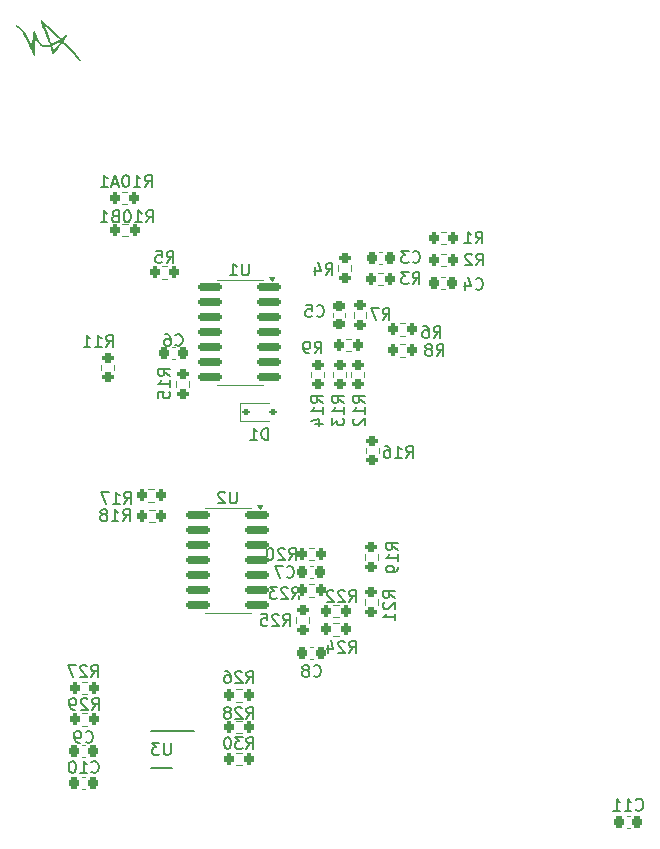
<source format=gbo>
G04 #@! TF.GenerationSoftware,KiCad,Pcbnew,8.0.4*
G04 #@! TF.CreationDate,2024-09-09T14:04:52-07:00*
G04 #@! TF.ProjectId,Bottom_Board,426f7474-6f6d-45f4-926f-6172642e6b69,0*
G04 #@! TF.SameCoordinates,Original*
G04 #@! TF.FileFunction,Legend,Bot*
G04 #@! TF.FilePolarity,Positive*
%FSLAX46Y46*%
G04 Gerber Fmt 4.6, Leading zero omitted, Abs format (unit mm)*
G04 Created by KiCad (PCBNEW 8.0.4) date 2024-09-09 14:04:52*
%MOMM*%
%LPD*%
G01*
G04 APERTURE LIST*
G04 Aperture macros list*
%AMRoundRect*
0 Rectangle with rounded corners*
0 $1 Rounding radius*
0 $2 $3 $4 $5 $6 $7 $8 $9 X,Y pos of 4 corners*
0 Add a 4 corners polygon primitive as box body*
4,1,4,$2,$3,$4,$5,$6,$7,$8,$9,$2,$3,0*
0 Add four circle primitives for the rounded corners*
1,1,$1+$1,$2,$3*
1,1,$1+$1,$4,$5*
1,1,$1+$1,$6,$7*
1,1,$1+$1,$8,$9*
0 Add four rect primitives between the rounded corners*
20,1,$1+$1,$2,$3,$4,$5,0*
20,1,$1+$1,$4,$5,$6,$7,0*
20,1,$1+$1,$6,$7,$8,$9,0*
20,1,$1+$1,$8,$9,$2,$3,0*%
G04 Aperture macros list end*
%ADD10C,0.150000*%
%ADD11C,0.120000*%
%ADD12C,0.200000*%
%ADD13C,0.000000*%
%ADD14R,1.600000X1.600000*%
%ADD15O,1.600000X1.600000*%
%ADD16R,2.000000X2.000000*%
%ADD17C,2.000000*%
%ADD18C,3.000000*%
%ADD19C,1.700000*%
%ADD20O,1.700000X1.700000*%
%ADD21C,1.440000*%
%ADD22R,1.700000X1.700000*%
%ADD23C,3.500000*%
%ADD24RoundRect,0.200000X-0.275000X0.200000X-0.275000X-0.200000X0.275000X-0.200000X0.275000X0.200000X0*%
%ADD25RoundRect,0.225000X-0.225000X-0.250000X0.225000X-0.250000X0.225000X0.250000X-0.225000X0.250000X0*%
%ADD26RoundRect,0.200000X0.275000X-0.200000X0.275000X0.200000X-0.275000X0.200000X-0.275000X-0.200000X0*%
%ADD27RoundRect,0.200000X0.200000X0.275000X-0.200000X0.275000X-0.200000X-0.275000X0.200000X-0.275000X0*%
%ADD28RoundRect,0.150000X0.825000X0.150000X-0.825000X0.150000X-0.825000X-0.150000X0.825000X-0.150000X0*%
%ADD29RoundRect,0.225000X0.225000X0.250000X-0.225000X0.250000X-0.225000X-0.250000X0.225000X-0.250000X0*%
%ADD30O,1.350000X0.299999*%
%ADD31RoundRect,0.200000X-0.200000X-0.275000X0.200000X-0.275000X0.200000X0.275000X-0.200000X0.275000X0*%
%ADD32RoundRect,0.225000X0.250000X-0.225000X0.250000X0.225000X-0.250000X0.225000X-0.250000X-0.225000X0*%
%ADD33RoundRect,0.125000X-0.200000X-0.125000X0.200000X-0.125000X0.200000X0.125000X-0.200000X0.125000X0*%
G04 APERTURE END LIST*
D10*
X129994819Y-97909142D02*
X129518628Y-97575809D01*
X129994819Y-97337714D02*
X128994819Y-97337714D01*
X128994819Y-97337714D02*
X128994819Y-97718666D01*
X128994819Y-97718666D02*
X129042438Y-97813904D01*
X129042438Y-97813904D02*
X129090057Y-97861523D01*
X129090057Y-97861523D02*
X129185295Y-97909142D01*
X129185295Y-97909142D02*
X129328152Y-97909142D01*
X129328152Y-97909142D02*
X129423390Y-97861523D01*
X129423390Y-97861523D02*
X129471009Y-97813904D01*
X129471009Y-97813904D02*
X129518628Y-97718666D01*
X129518628Y-97718666D02*
X129518628Y-97337714D01*
X129994819Y-98861523D02*
X129994819Y-98290095D01*
X129994819Y-98575809D02*
X128994819Y-98575809D01*
X128994819Y-98575809D02*
X129137676Y-98480571D01*
X129137676Y-98480571D02*
X129232914Y-98385333D01*
X129232914Y-98385333D02*
X129280533Y-98290095D01*
X128994819Y-99194857D02*
X128994819Y-99813904D01*
X128994819Y-99813904D02*
X129375771Y-99480571D01*
X129375771Y-99480571D02*
X129375771Y-99623428D01*
X129375771Y-99623428D02*
X129423390Y-99718666D01*
X129423390Y-99718666D02*
X129471009Y-99766285D01*
X129471009Y-99766285D02*
X129566247Y-99813904D01*
X129566247Y-99813904D02*
X129804342Y-99813904D01*
X129804342Y-99813904D02*
X129899580Y-99766285D01*
X129899580Y-99766285D02*
X129947200Y-99718666D01*
X129947200Y-99718666D02*
X129994819Y-99623428D01*
X129994819Y-99623428D02*
X129994819Y-99337714D01*
X129994819Y-99337714D02*
X129947200Y-99242476D01*
X129947200Y-99242476D02*
X129899580Y-99194857D01*
X115262819Y-95623142D02*
X114786628Y-95289809D01*
X115262819Y-95051714D02*
X114262819Y-95051714D01*
X114262819Y-95051714D02*
X114262819Y-95432666D01*
X114262819Y-95432666D02*
X114310438Y-95527904D01*
X114310438Y-95527904D02*
X114358057Y-95575523D01*
X114358057Y-95575523D02*
X114453295Y-95623142D01*
X114453295Y-95623142D02*
X114596152Y-95623142D01*
X114596152Y-95623142D02*
X114691390Y-95575523D01*
X114691390Y-95575523D02*
X114739009Y-95527904D01*
X114739009Y-95527904D02*
X114786628Y-95432666D01*
X114786628Y-95432666D02*
X114786628Y-95051714D01*
X115262819Y-96575523D02*
X115262819Y-96004095D01*
X115262819Y-96289809D02*
X114262819Y-96289809D01*
X114262819Y-96289809D02*
X114405676Y-96194571D01*
X114405676Y-96194571D02*
X114500914Y-96099333D01*
X114500914Y-96099333D02*
X114548533Y-96004095D01*
X114262819Y-97480285D02*
X114262819Y-97004095D01*
X114262819Y-97004095D02*
X114739009Y-96956476D01*
X114739009Y-96956476D02*
X114691390Y-97004095D01*
X114691390Y-97004095D02*
X114643771Y-97099333D01*
X114643771Y-97099333D02*
X114643771Y-97337428D01*
X114643771Y-97337428D02*
X114691390Y-97432666D01*
X114691390Y-97432666D02*
X114739009Y-97480285D01*
X114739009Y-97480285D02*
X114834247Y-97527904D01*
X114834247Y-97527904D02*
X115072342Y-97527904D01*
X115072342Y-97527904D02*
X115167580Y-97480285D01*
X115167580Y-97480285D02*
X115215200Y-97432666D01*
X115215200Y-97432666D02*
X115262819Y-97337428D01*
X115262819Y-97337428D02*
X115262819Y-97099333D01*
X115262819Y-97099333D02*
X115215200Y-97004095D01*
X115215200Y-97004095D02*
X115167580Y-96956476D01*
X127420666Y-121009580D02*
X127468285Y-121057200D01*
X127468285Y-121057200D02*
X127611142Y-121104819D01*
X127611142Y-121104819D02*
X127706380Y-121104819D01*
X127706380Y-121104819D02*
X127849237Y-121057200D01*
X127849237Y-121057200D02*
X127944475Y-120961961D01*
X127944475Y-120961961D02*
X127992094Y-120866723D01*
X127992094Y-120866723D02*
X128039713Y-120676247D01*
X128039713Y-120676247D02*
X128039713Y-120533390D01*
X128039713Y-120533390D02*
X127992094Y-120342914D01*
X127992094Y-120342914D02*
X127944475Y-120247676D01*
X127944475Y-120247676D02*
X127849237Y-120152438D01*
X127849237Y-120152438D02*
X127706380Y-120104819D01*
X127706380Y-120104819D02*
X127611142Y-120104819D01*
X127611142Y-120104819D02*
X127468285Y-120152438D01*
X127468285Y-120152438D02*
X127420666Y-120200057D01*
X126849237Y-120533390D02*
X126944475Y-120485771D01*
X126944475Y-120485771D02*
X126992094Y-120438152D01*
X126992094Y-120438152D02*
X127039713Y-120342914D01*
X127039713Y-120342914D02*
X127039713Y-120295295D01*
X127039713Y-120295295D02*
X126992094Y-120200057D01*
X126992094Y-120200057D02*
X126944475Y-120152438D01*
X126944475Y-120152438D02*
X126849237Y-120104819D01*
X126849237Y-120104819D02*
X126658761Y-120104819D01*
X126658761Y-120104819D02*
X126563523Y-120152438D01*
X126563523Y-120152438D02*
X126515904Y-120200057D01*
X126515904Y-120200057D02*
X126468285Y-120295295D01*
X126468285Y-120295295D02*
X126468285Y-120342914D01*
X126468285Y-120342914D02*
X126515904Y-120438152D01*
X126515904Y-120438152D02*
X126563523Y-120485771D01*
X126563523Y-120485771D02*
X126658761Y-120533390D01*
X126658761Y-120533390D02*
X126849237Y-120533390D01*
X126849237Y-120533390D02*
X126944475Y-120581009D01*
X126944475Y-120581009D02*
X126992094Y-120628628D01*
X126992094Y-120628628D02*
X127039713Y-120723866D01*
X127039713Y-120723866D02*
X127039713Y-120914342D01*
X127039713Y-120914342D02*
X126992094Y-121009580D01*
X126992094Y-121009580D02*
X126944475Y-121057200D01*
X126944475Y-121057200D02*
X126849237Y-121104819D01*
X126849237Y-121104819D02*
X126658761Y-121104819D01*
X126658761Y-121104819D02*
X126563523Y-121057200D01*
X126563523Y-121057200D02*
X126515904Y-121009580D01*
X126515904Y-121009580D02*
X126468285Y-120914342D01*
X126468285Y-120914342D02*
X126468285Y-120723866D01*
X126468285Y-120723866D02*
X126515904Y-120628628D01*
X126515904Y-120628628D02*
X126563523Y-120581009D01*
X126563523Y-120581009D02*
X126658761Y-120533390D01*
X135262857Y-102562819D02*
X135596190Y-102086628D01*
X135834285Y-102562819D02*
X135834285Y-101562819D01*
X135834285Y-101562819D02*
X135453333Y-101562819D01*
X135453333Y-101562819D02*
X135358095Y-101610438D01*
X135358095Y-101610438D02*
X135310476Y-101658057D01*
X135310476Y-101658057D02*
X135262857Y-101753295D01*
X135262857Y-101753295D02*
X135262857Y-101896152D01*
X135262857Y-101896152D02*
X135310476Y-101991390D01*
X135310476Y-101991390D02*
X135358095Y-102039009D01*
X135358095Y-102039009D02*
X135453333Y-102086628D01*
X135453333Y-102086628D02*
X135834285Y-102086628D01*
X134310476Y-102562819D02*
X134881904Y-102562819D01*
X134596190Y-102562819D02*
X134596190Y-101562819D01*
X134596190Y-101562819D02*
X134691428Y-101705676D01*
X134691428Y-101705676D02*
X134786666Y-101800914D01*
X134786666Y-101800914D02*
X134881904Y-101848533D01*
X133453333Y-101562819D02*
X133643809Y-101562819D01*
X133643809Y-101562819D02*
X133739047Y-101610438D01*
X133739047Y-101610438D02*
X133786666Y-101658057D01*
X133786666Y-101658057D02*
X133881904Y-101800914D01*
X133881904Y-101800914D02*
X133929523Y-101991390D01*
X133929523Y-101991390D02*
X133929523Y-102372342D01*
X133929523Y-102372342D02*
X133881904Y-102467580D01*
X133881904Y-102467580D02*
X133834285Y-102515200D01*
X133834285Y-102515200D02*
X133739047Y-102562819D01*
X133739047Y-102562819D02*
X133548571Y-102562819D01*
X133548571Y-102562819D02*
X133453333Y-102515200D01*
X133453333Y-102515200D02*
X133405714Y-102467580D01*
X133405714Y-102467580D02*
X133358095Y-102372342D01*
X133358095Y-102372342D02*
X133358095Y-102134247D01*
X133358095Y-102134247D02*
X133405714Y-102039009D01*
X133405714Y-102039009D02*
X133453333Y-101991390D01*
X133453333Y-101991390D02*
X133548571Y-101943771D01*
X133548571Y-101943771D02*
X133739047Y-101943771D01*
X133739047Y-101943771D02*
X133834285Y-101991390D01*
X133834285Y-101991390D02*
X133881904Y-102039009D01*
X133881904Y-102039009D02*
X133929523Y-102134247D01*
X121737857Y-124660819D02*
X122071190Y-124184628D01*
X122309285Y-124660819D02*
X122309285Y-123660819D01*
X122309285Y-123660819D02*
X121928333Y-123660819D01*
X121928333Y-123660819D02*
X121833095Y-123708438D01*
X121833095Y-123708438D02*
X121785476Y-123756057D01*
X121785476Y-123756057D02*
X121737857Y-123851295D01*
X121737857Y-123851295D02*
X121737857Y-123994152D01*
X121737857Y-123994152D02*
X121785476Y-124089390D01*
X121785476Y-124089390D02*
X121833095Y-124137009D01*
X121833095Y-124137009D02*
X121928333Y-124184628D01*
X121928333Y-124184628D02*
X122309285Y-124184628D01*
X121356904Y-123756057D02*
X121309285Y-123708438D01*
X121309285Y-123708438D02*
X121214047Y-123660819D01*
X121214047Y-123660819D02*
X120975952Y-123660819D01*
X120975952Y-123660819D02*
X120880714Y-123708438D01*
X120880714Y-123708438D02*
X120833095Y-123756057D01*
X120833095Y-123756057D02*
X120785476Y-123851295D01*
X120785476Y-123851295D02*
X120785476Y-123946533D01*
X120785476Y-123946533D02*
X120833095Y-124089390D01*
X120833095Y-124089390D02*
X121404523Y-124660819D01*
X121404523Y-124660819D02*
X120785476Y-124660819D01*
X120214047Y-124089390D02*
X120309285Y-124041771D01*
X120309285Y-124041771D02*
X120356904Y-123994152D01*
X120356904Y-123994152D02*
X120404523Y-123898914D01*
X120404523Y-123898914D02*
X120404523Y-123851295D01*
X120404523Y-123851295D02*
X120356904Y-123756057D01*
X120356904Y-123756057D02*
X120309285Y-123708438D01*
X120309285Y-123708438D02*
X120214047Y-123660819D01*
X120214047Y-123660819D02*
X120023571Y-123660819D01*
X120023571Y-123660819D02*
X119928333Y-123708438D01*
X119928333Y-123708438D02*
X119880714Y-123756057D01*
X119880714Y-123756057D02*
X119833095Y-123851295D01*
X119833095Y-123851295D02*
X119833095Y-123898914D01*
X119833095Y-123898914D02*
X119880714Y-123994152D01*
X119880714Y-123994152D02*
X119928333Y-124041771D01*
X119928333Y-124041771D02*
X120023571Y-124089390D01*
X120023571Y-124089390D02*
X120214047Y-124089390D01*
X120214047Y-124089390D02*
X120309285Y-124137009D01*
X120309285Y-124137009D02*
X120356904Y-124184628D01*
X120356904Y-124184628D02*
X120404523Y-124279866D01*
X120404523Y-124279866D02*
X120404523Y-124470342D01*
X120404523Y-124470342D02*
X120356904Y-124565580D01*
X120356904Y-124565580D02*
X120309285Y-124613200D01*
X120309285Y-124613200D02*
X120214047Y-124660819D01*
X120214047Y-124660819D02*
X120023571Y-124660819D01*
X120023571Y-124660819D02*
X119928333Y-124613200D01*
X119928333Y-124613200D02*
X119880714Y-124565580D01*
X119880714Y-124565580D02*
X119833095Y-124470342D01*
X119833095Y-124470342D02*
X119833095Y-124279866D01*
X119833095Y-124279866D02*
X119880714Y-124184628D01*
X119880714Y-124184628D02*
X119928333Y-124137009D01*
X119928333Y-124137009D02*
X120023571Y-124089390D01*
X135802666Y-85957580D02*
X135850285Y-86005200D01*
X135850285Y-86005200D02*
X135993142Y-86052819D01*
X135993142Y-86052819D02*
X136088380Y-86052819D01*
X136088380Y-86052819D02*
X136231237Y-86005200D01*
X136231237Y-86005200D02*
X136326475Y-85909961D01*
X136326475Y-85909961D02*
X136374094Y-85814723D01*
X136374094Y-85814723D02*
X136421713Y-85624247D01*
X136421713Y-85624247D02*
X136421713Y-85481390D01*
X136421713Y-85481390D02*
X136374094Y-85290914D01*
X136374094Y-85290914D02*
X136326475Y-85195676D01*
X136326475Y-85195676D02*
X136231237Y-85100438D01*
X136231237Y-85100438D02*
X136088380Y-85052819D01*
X136088380Y-85052819D02*
X135993142Y-85052819D01*
X135993142Y-85052819D02*
X135850285Y-85100438D01*
X135850285Y-85100438D02*
X135802666Y-85148057D01*
X135469332Y-85052819D02*
X134850285Y-85052819D01*
X134850285Y-85052819D02*
X135183618Y-85433771D01*
X135183618Y-85433771D02*
X135040761Y-85433771D01*
X135040761Y-85433771D02*
X134945523Y-85481390D01*
X134945523Y-85481390D02*
X134897904Y-85529009D01*
X134897904Y-85529009D02*
X134850285Y-85624247D01*
X134850285Y-85624247D02*
X134850285Y-85862342D01*
X134850285Y-85862342D02*
X134897904Y-85957580D01*
X134897904Y-85957580D02*
X134945523Y-86005200D01*
X134945523Y-86005200D02*
X135040761Y-86052819D01*
X135040761Y-86052819D02*
X135326475Y-86052819D01*
X135326475Y-86052819D02*
X135421713Y-86005200D01*
X135421713Y-86005200D02*
X135469332Y-85957580D01*
X121919904Y-86122819D02*
X121919904Y-86932342D01*
X121919904Y-86932342D02*
X121872285Y-87027580D01*
X121872285Y-87027580D02*
X121824666Y-87075200D01*
X121824666Y-87075200D02*
X121729428Y-87122819D01*
X121729428Y-87122819D02*
X121538952Y-87122819D01*
X121538952Y-87122819D02*
X121443714Y-87075200D01*
X121443714Y-87075200D02*
X121396095Y-87027580D01*
X121396095Y-87027580D02*
X121348476Y-86932342D01*
X121348476Y-86932342D02*
X121348476Y-86122819D01*
X120348476Y-87122819D02*
X120919904Y-87122819D01*
X120634190Y-87122819D02*
X120634190Y-86122819D01*
X120634190Y-86122819D02*
X120729428Y-86265676D01*
X120729428Y-86265676D02*
X120824666Y-86360914D01*
X120824666Y-86360914D02*
X120919904Y-86408533D01*
X120903904Y-105426819D02*
X120903904Y-106236342D01*
X120903904Y-106236342D02*
X120856285Y-106331580D01*
X120856285Y-106331580D02*
X120808666Y-106379200D01*
X120808666Y-106379200D02*
X120713428Y-106426819D01*
X120713428Y-106426819D02*
X120522952Y-106426819D01*
X120522952Y-106426819D02*
X120427714Y-106379200D01*
X120427714Y-106379200D02*
X120380095Y-106331580D01*
X120380095Y-106331580D02*
X120332476Y-106236342D01*
X120332476Y-106236342D02*
X120332476Y-105426819D01*
X119903904Y-105522057D02*
X119856285Y-105474438D01*
X119856285Y-105474438D02*
X119761047Y-105426819D01*
X119761047Y-105426819D02*
X119522952Y-105426819D01*
X119522952Y-105426819D02*
X119427714Y-105474438D01*
X119427714Y-105474438D02*
X119380095Y-105522057D01*
X119380095Y-105522057D02*
X119332476Y-105617295D01*
X119332476Y-105617295D02*
X119332476Y-105712533D01*
X119332476Y-105712533D02*
X119380095Y-105855390D01*
X119380095Y-105855390D02*
X119951523Y-106426819D01*
X119951523Y-106426819D02*
X119332476Y-106426819D01*
X108605857Y-129137580D02*
X108653476Y-129185200D01*
X108653476Y-129185200D02*
X108796333Y-129232819D01*
X108796333Y-129232819D02*
X108891571Y-129232819D01*
X108891571Y-129232819D02*
X109034428Y-129185200D01*
X109034428Y-129185200D02*
X109129666Y-129089961D01*
X109129666Y-129089961D02*
X109177285Y-128994723D01*
X109177285Y-128994723D02*
X109224904Y-128804247D01*
X109224904Y-128804247D02*
X109224904Y-128661390D01*
X109224904Y-128661390D02*
X109177285Y-128470914D01*
X109177285Y-128470914D02*
X109129666Y-128375676D01*
X109129666Y-128375676D02*
X109034428Y-128280438D01*
X109034428Y-128280438D02*
X108891571Y-128232819D01*
X108891571Y-128232819D02*
X108796333Y-128232819D01*
X108796333Y-128232819D02*
X108653476Y-128280438D01*
X108653476Y-128280438D02*
X108605857Y-128328057D01*
X107653476Y-129232819D02*
X108224904Y-129232819D01*
X107939190Y-129232819D02*
X107939190Y-128232819D01*
X107939190Y-128232819D02*
X108034428Y-128375676D01*
X108034428Y-128375676D02*
X108129666Y-128470914D01*
X108129666Y-128470914D02*
X108224904Y-128518533D01*
X107034428Y-128232819D02*
X106939190Y-128232819D01*
X106939190Y-128232819D02*
X106843952Y-128280438D01*
X106843952Y-128280438D02*
X106796333Y-128328057D01*
X106796333Y-128328057D02*
X106748714Y-128423295D01*
X106748714Y-128423295D02*
X106701095Y-128613771D01*
X106701095Y-128613771D02*
X106701095Y-128851866D01*
X106701095Y-128851866D02*
X106748714Y-129042342D01*
X106748714Y-129042342D02*
X106796333Y-129137580D01*
X106796333Y-129137580D02*
X106843952Y-129185200D01*
X106843952Y-129185200D02*
X106939190Y-129232819D01*
X106939190Y-129232819D02*
X107034428Y-129232819D01*
X107034428Y-129232819D02*
X107129666Y-129185200D01*
X107129666Y-129185200D02*
X107177285Y-129137580D01*
X107177285Y-129137580D02*
X107224904Y-129042342D01*
X107224904Y-129042342D02*
X107272523Y-128851866D01*
X107272523Y-128851866D02*
X107272523Y-128613771D01*
X107272523Y-128613771D02*
X107224904Y-128423295D01*
X107224904Y-128423295D02*
X107177285Y-128328057D01*
X107177285Y-128328057D02*
X107129666Y-128280438D01*
X107129666Y-128280438D02*
X107034428Y-128232819D01*
X134566819Y-110355142D02*
X134090628Y-110021809D01*
X134566819Y-109783714D02*
X133566819Y-109783714D01*
X133566819Y-109783714D02*
X133566819Y-110164666D01*
X133566819Y-110164666D02*
X133614438Y-110259904D01*
X133614438Y-110259904D02*
X133662057Y-110307523D01*
X133662057Y-110307523D02*
X133757295Y-110355142D01*
X133757295Y-110355142D02*
X133900152Y-110355142D01*
X133900152Y-110355142D02*
X133995390Y-110307523D01*
X133995390Y-110307523D02*
X134043009Y-110259904D01*
X134043009Y-110259904D02*
X134090628Y-110164666D01*
X134090628Y-110164666D02*
X134090628Y-109783714D01*
X134566819Y-111307523D02*
X134566819Y-110736095D01*
X134566819Y-111021809D02*
X133566819Y-111021809D01*
X133566819Y-111021809D02*
X133709676Y-110926571D01*
X133709676Y-110926571D02*
X133804914Y-110831333D01*
X133804914Y-110831333D02*
X133852533Y-110736095D01*
X134566819Y-111783714D02*
X134566819Y-111974190D01*
X134566819Y-111974190D02*
X134519200Y-112069428D01*
X134519200Y-112069428D02*
X134471580Y-112117047D01*
X134471580Y-112117047D02*
X134328723Y-112212285D01*
X134328723Y-112212285D02*
X134138247Y-112259904D01*
X134138247Y-112259904D02*
X133757295Y-112259904D01*
X133757295Y-112259904D02*
X133662057Y-112212285D01*
X133662057Y-112212285D02*
X133614438Y-112164666D01*
X133614438Y-112164666D02*
X133566819Y-112069428D01*
X133566819Y-112069428D02*
X133566819Y-111878952D01*
X133566819Y-111878952D02*
X133614438Y-111783714D01*
X133614438Y-111783714D02*
X133662057Y-111736095D01*
X133662057Y-111736095D02*
X133757295Y-111688476D01*
X133757295Y-111688476D02*
X133995390Y-111688476D01*
X133995390Y-111688476D02*
X134090628Y-111736095D01*
X134090628Y-111736095D02*
X134138247Y-111783714D01*
X134138247Y-111783714D02*
X134185866Y-111878952D01*
X134185866Y-111878952D02*
X134185866Y-112069428D01*
X134185866Y-112069428D02*
X134138247Y-112164666D01*
X134138247Y-112164666D02*
X134090628Y-112212285D01*
X134090628Y-112212285D02*
X133995390Y-112259904D01*
X128216819Y-97909142D02*
X127740628Y-97575809D01*
X128216819Y-97337714D02*
X127216819Y-97337714D01*
X127216819Y-97337714D02*
X127216819Y-97718666D01*
X127216819Y-97718666D02*
X127264438Y-97813904D01*
X127264438Y-97813904D02*
X127312057Y-97861523D01*
X127312057Y-97861523D02*
X127407295Y-97909142D01*
X127407295Y-97909142D02*
X127550152Y-97909142D01*
X127550152Y-97909142D02*
X127645390Y-97861523D01*
X127645390Y-97861523D02*
X127693009Y-97813904D01*
X127693009Y-97813904D02*
X127740628Y-97718666D01*
X127740628Y-97718666D02*
X127740628Y-97337714D01*
X128216819Y-98861523D02*
X128216819Y-98290095D01*
X128216819Y-98575809D02*
X127216819Y-98575809D01*
X127216819Y-98575809D02*
X127359676Y-98480571D01*
X127359676Y-98480571D02*
X127454914Y-98385333D01*
X127454914Y-98385333D02*
X127502533Y-98290095D01*
X127550152Y-99718666D02*
X128216819Y-99718666D01*
X127169200Y-99480571D02*
X127883485Y-99242476D01*
X127883485Y-99242476D02*
X127883485Y-99861523D01*
X154706857Y-132330380D02*
X154754476Y-132378000D01*
X154754476Y-132378000D02*
X154897333Y-132425619D01*
X154897333Y-132425619D02*
X154992571Y-132425619D01*
X154992571Y-132425619D02*
X155135428Y-132378000D01*
X155135428Y-132378000D02*
X155230666Y-132282761D01*
X155230666Y-132282761D02*
X155278285Y-132187523D01*
X155278285Y-132187523D02*
X155325904Y-131997047D01*
X155325904Y-131997047D02*
X155325904Y-131854190D01*
X155325904Y-131854190D02*
X155278285Y-131663714D01*
X155278285Y-131663714D02*
X155230666Y-131568476D01*
X155230666Y-131568476D02*
X155135428Y-131473238D01*
X155135428Y-131473238D02*
X154992571Y-131425619D01*
X154992571Y-131425619D02*
X154897333Y-131425619D01*
X154897333Y-131425619D02*
X154754476Y-131473238D01*
X154754476Y-131473238D02*
X154706857Y-131520857D01*
X153754476Y-132425619D02*
X154325904Y-132425619D01*
X154040190Y-132425619D02*
X154040190Y-131425619D01*
X154040190Y-131425619D02*
X154135428Y-131568476D01*
X154135428Y-131568476D02*
X154230666Y-131663714D01*
X154230666Y-131663714D02*
X154325904Y-131711333D01*
X152802095Y-132425619D02*
X153373523Y-132425619D01*
X153087809Y-132425619D02*
X153087809Y-131425619D01*
X153087809Y-131425619D02*
X153183047Y-131568476D01*
X153183047Y-131568476D02*
X153278285Y-131663714D01*
X153278285Y-131663714D02*
X153373523Y-131711333D01*
X115315904Y-126708819D02*
X115315904Y-127518342D01*
X115315904Y-127518342D02*
X115268285Y-127613580D01*
X115268285Y-127613580D02*
X115220666Y-127661200D01*
X115220666Y-127661200D02*
X115125428Y-127708819D01*
X115125428Y-127708819D02*
X114934952Y-127708819D01*
X114934952Y-127708819D02*
X114839714Y-127661200D01*
X114839714Y-127661200D02*
X114792095Y-127613580D01*
X114792095Y-127613580D02*
X114744476Y-127518342D01*
X114744476Y-127518342D02*
X114744476Y-126708819D01*
X114363523Y-126708819D02*
X113744476Y-126708819D01*
X113744476Y-126708819D02*
X114077809Y-127089771D01*
X114077809Y-127089771D02*
X113934952Y-127089771D01*
X113934952Y-127089771D02*
X113839714Y-127137390D01*
X113839714Y-127137390D02*
X113792095Y-127185009D01*
X113792095Y-127185009D02*
X113744476Y-127280247D01*
X113744476Y-127280247D02*
X113744476Y-127518342D01*
X113744476Y-127518342D02*
X113792095Y-127613580D01*
X113792095Y-127613580D02*
X113839714Y-127661200D01*
X113839714Y-127661200D02*
X113934952Y-127708819D01*
X113934952Y-127708819D02*
X114220666Y-127708819D01*
X114220666Y-127708819D02*
X114315904Y-127661200D01*
X114315904Y-127661200D02*
X114363523Y-127613580D01*
X108655857Y-123898819D02*
X108989190Y-123422628D01*
X109227285Y-123898819D02*
X109227285Y-122898819D01*
X109227285Y-122898819D02*
X108846333Y-122898819D01*
X108846333Y-122898819D02*
X108751095Y-122946438D01*
X108751095Y-122946438D02*
X108703476Y-122994057D01*
X108703476Y-122994057D02*
X108655857Y-123089295D01*
X108655857Y-123089295D02*
X108655857Y-123232152D01*
X108655857Y-123232152D02*
X108703476Y-123327390D01*
X108703476Y-123327390D02*
X108751095Y-123375009D01*
X108751095Y-123375009D02*
X108846333Y-123422628D01*
X108846333Y-123422628D02*
X109227285Y-123422628D01*
X108274904Y-122994057D02*
X108227285Y-122946438D01*
X108227285Y-122946438D02*
X108132047Y-122898819D01*
X108132047Y-122898819D02*
X107893952Y-122898819D01*
X107893952Y-122898819D02*
X107798714Y-122946438D01*
X107798714Y-122946438D02*
X107751095Y-122994057D01*
X107751095Y-122994057D02*
X107703476Y-123089295D01*
X107703476Y-123089295D02*
X107703476Y-123184533D01*
X107703476Y-123184533D02*
X107751095Y-123327390D01*
X107751095Y-123327390D02*
X108322523Y-123898819D01*
X108322523Y-123898819D02*
X107703476Y-123898819D01*
X107227285Y-123898819D02*
X107036809Y-123898819D01*
X107036809Y-123898819D02*
X106941571Y-123851200D01*
X106941571Y-123851200D02*
X106893952Y-123803580D01*
X106893952Y-123803580D02*
X106798714Y-123660723D01*
X106798714Y-123660723D02*
X106751095Y-123470247D01*
X106751095Y-123470247D02*
X106751095Y-123089295D01*
X106751095Y-123089295D02*
X106798714Y-122994057D01*
X106798714Y-122994057D02*
X106846333Y-122946438D01*
X106846333Y-122946438D02*
X106941571Y-122898819D01*
X106941571Y-122898819D02*
X107132047Y-122898819D01*
X107132047Y-122898819D02*
X107227285Y-122946438D01*
X107227285Y-122946438D02*
X107274904Y-122994057D01*
X107274904Y-122994057D02*
X107322523Y-123089295D01*
X107322523Y-123089295D02*
X107322523Y-123327390D01*
X107322523Y-123327390D02*
X107274904Y-123422628D01*
X107274904Y-123422628D02*
X107227285Y-123470247D01*
X107227285Y-123470247D02*
X107132047Y-123517866D01*
X107132047Y-123517866D02*
X106941571Y-123517866D01*
X106941571Y-123517866D02*
X106846333Y-123470247D01*
X106846333Y-123470247D02*
X106798714Y-123422628D01*
X106798714Y-123422628D02*
X106751095Y-123327390D01*
X130436857Y-119072819D02*
X130770190Y-118596628D01*
X131008285Y-119072819D02*
X131008285Y-118072819D01*
X131008285Y-118072819D02*
X130627333Y-118072819D01*
X130627333Y-118072819D02*
X130532095Y-118120438D01*
X130532095Y-118120438D02*
X130484476Y-118168057D01*
X130484476Y-118168057D02*
X130436857Y-118263295D01*
X130436857Y-118263295D02*
X130436857Y-118406152D01*
X130436857Y-118406152D02*
X130484476Y-118501390D01*
X130484476Y-118501390D02*
X130532095Y-118549009D01*
X130532095Y-118549009D02*
X130627333Y-118596628D01*
X130627333Y-118596628D02*
X131008285Y-118596628D01*
X130055904Y-118168057D02*
X130008285Y-118120438D01*
X130008285Y-118120438D02*
X129913047Y-118072819D01*
X129913047Y-118072819D02*
X129674952Y-118072819D01*
X129674952Y-118072819D02*
X129579714Y-118120438D01*
X129579714Y-118120438D02*
X129532095Y-118168057D01*
X129532095Y-118168057D02*
X129484476Y-118263295D01*
X129484476Y-118263295D02*
X129484476Y-118358533D01*
X129484476Y-118358533D02*
X129532095Y-118501390D01*
X129532095Y-118501390D02*
X130103523Y-119072819D01*
X130103523Y-119072819D02*
X129484476Y-119072819D01*
X128627333Y-118406152D02*
X128627333Y-119072819D01*
X128865428Y-118025200D02*
X129103523Y-118739485D01*
X129103523Y-118739485D02*
X128484476Y-118739485D01*
X111281467Y-107922219D02*
X111614800Y-107446028D01*
X111852895Y-107922219D02*
X111852895Y-106922219D01*
X111852895Y-106922219D02*
X111471943Y-106922219D01*
X111471943Y-106922219D02*
X111376705Y-106969838D01*
X111376705Y-106969838D02*
X111329086Y-107017457D01*
X111329086Y-107017457D02*
X111281467Y-107112695D01*
X111281467Y-107112695D02*
X111281467Y-107255552D01*
X111281467Y-107255552D02*
X111329086Y-107350790D01*
X111329086Y-107350790D02*
X111376705Y-107398409D01*
X111376705Y-107398409D02*
X111471943Y-107446028D01*
X111471943Y-107446028D02*
X111852895Y-107446028D01*
X110329086Y-107922219D02*
X110900514Y-107922219D01*
X110614800Y-107922219D02*
X110614800Y-106922219D01*
X110614800Y-106922219D02*
X110710038Y-107065076D01*
X110710038Y-107065076D02*
X110805276Y-107160314D01*
X110805276Y-107160314D02*
X110900514Y-107207933D01*
X109757657Y-107350790D02*
X109852895Y-107303171D01*
X109852895Y-107303171D02*
X109900514Y-107255552D01*
X109900514Y-107255552D02*
X109948133Y-107160314D01*
X109948133Y-107160314D02*
X109948133Y-107112695D01*
X109948133Y-107112695D02*
X109900514Y-107017457D01*
X109900514Y-107017457D02*
X109852895Y-106969838D01*
X109852895Y-106969838D02*
X109757657Y-106922219D01*
X109757657Y-106922219D02*
X109567181Y-106922219D01*
X109567181Y-106922219D02*
X109471943Y-106969838D01*
X109471943Y-106969838D02*
X109424324Y-107017457D01*
X109424324Y-107017457D02*
X109376705Y-107112695D01*
X109376705Y-107112695D02*
X109376705Y-107160314D01*
X109376705Y-107160314D02*
X109424324Y-107255552D01*
X109424324Y-107255552D02*
X109471943Y-107303171D01*
X109471943Y-107303171D02*
X109567181Y-107350790D01*
X109567181Y-107350790D02*
X109757657Y-107350790D01*
X109757657Y-107350790D02*
X109852895Y-107398409D01*
X109852895Y-107398409D02*
X109900514Y-107446028D01*
X109900514Y-107446028D02*
X109948133Y-107541266D01*
X109948133Y-107541266D02*
X109948133Y-107731742D01*
X109948133Y-107731742D02*
X109900514Y-107826980D01*
X109900514Y-107826980D02*
X109852895Y-107874600D01*
X109852895Y-107874600D02*
X109757657Y-107922219D01*
X109757657Y-107922219D02*
X109567181Y-107922219D01*
X109567181Y-107922219D02*
X109471943Y-107874600D01*
X109471943Y-107874600D02*
X109424324Y-107826980D01*
X109424324Y-107826980D02*
X109376705Y-107731742D01*
X109376705Y-107731742D02*
X109376705Y-107541266D01*
X109376705Y-107541266D02*
X109424324Y-107446028D01*
X109424324Y-107446028D02*
X109471943Y-107398409D01*
X109471943Y-107398409D02*
X109567181Y-107350790D01*
X141136666Y-84407919D02*
X141469999Y-83931728D01*
X141708094Y-84407919D02*
X141708094Y-83407919D01*
X141708094Y-83407919D02*
X141327142Y-83407919D01*
X141327142Y-83407919D02*
X141231904Y-83455538D01*
X141231904Y-83455538D02*
X141184285Y-83503157D01*
X141184285Y-83503157D02*
X141136666Y-83598395D01*
X141136666Y-83598395D02*
X141136666Y-83741252D01*
X141136666Y-83741252D02*
X141184285Y-83836490D01*
X141184285Y-83836490D02*
X141231904Y-83884109D01*
X141231904Y-83884109D02*
X141327142Y-83931728D01*
X141327142Y-83931728D02*
X141708094Y-83931728D01*
X140184285Y-84407919D02*
X140755713Y-84407919D01*
X140469999Y-84407919D02*
X140469999Y-83407919D01*
X140469999Y-83407919D02*
X140565237Y-83550776D01*
X140565237Y-83550776D02*
X140660475Y-83646014D01*
X140660475Y-83646014D02*
X140755713Y-83693633D01*
X108116666Y-126597580D02*
X108164285Y-126645200D01*
X108164285Y-126645200D02*
X108307142Y-126692819D01*
X108307142Y-126692819D02*
X108402380Y-126692819D01*
X108402380Y-126692819D02*
X108545237Y-126645200D01*
X108545237Y-126645200D02*
X108640475Y-126549961D01*
X108640475Y-126549961D02*
X108688094Y-126454723D01*
X108688094Y-126454723D02*
X108735713Y-126264247D01*
X108735713Y-126264247D02*
X108735713Y-126121390D01*
X108735713Y-126121390D02*
X108688094Y-125930914D01*
X108688094Y-125930914D02*
X108640475Y-125835676D01*
X108640475Y-125835676D02*
X108545237Y-125740438D01*
X108545237Y-125740438D02*
X108402380Y-125692819D01*
X108402380Y-125692819D02*
X108307142Y-125692819D01*
X108307142Y-125692819D02*
X108164285Y-125740438D01*
X108164285Y-125740438D02*
X108116666Y-125788057D01*
X107640475Y-126692819D02*
X107449999Y-126692819D01*
X107449999Y-126692819D02*
X107354761Y-126645200D01*
X107354761Y-126645200D02*
X107307142Y-126597580D01*
X107307142Y-126597580D02*
X107211904Y-126454723D01*
X107211904Y-126454723D02*
X107164285Y-126264247D01*
X107164285Y-126264247D02*
X107164285Y-125883295D01*
X107164285Y-125883295D02*
X107211904Y-125788057D01*
X107211904Y-125788057D02*
X107259523Y-125740438D01*
X107259523Y-125740438D02*
X107354761Y-125692819D01*
X107354761Y-125692819D02*
X107545237Y-125692819D01*
X107545237Y-125692819D02*
X107640475Y-125740438D01*
X107640475Y-125740438D02*
X107688094Y-125788057D01*
X107688094Y-125788057D02*
X107735713Y-125883295D01*
X107735713Y-125883295D02*
X107735713Y-126121390D01*
X107735713Y-126121390D02*
X107688094Y-126216628D01*
X107688094Y-126216628D02*
X107640475Y-126264247D01*
X107640475Y-126264247D02*
X107545237Y-126311866D01*
X107545237Y-126311866D02*
X107354761Y-126311866D01*
X107354761Y-126311866D02*
X107259523Y-126264247D01*
X107259523Y-126264247D02*
X107211904Y-126216628D01*
X107211904Y-126216628D02*
X107164285Y-126121390D01*
X114974666Y-86052819D02*
X115307999Y-85576628D01*
X115546094Y-86052819D02*
X115546094Y-85052819D01*
X115546094Y-85052819D02*
X115165142Y-85052819D01*
X115165142Y-85052819D02*
X115069904Y-85100438D01*
X115069904Y-85100438D02*
X115022285Y-85148057D01*
X115022285Y-85148057D02*
X114974666Y-85243295D01*
X114974666Y-85243295D02*
X114974666Y-85386152D01*
X114974666Y-85386152D02*
X115022285Y-85481390D01*
X115022285Y-85481390D02*
X115069904Y-85529009D01*
X115069904Y-85529009D02*
X115165142Y-85576628D01*
X115165142Y-85576628D02*
X115546094Y-85576628D01*
X114069904Y-85052819D02*
X114546094Y-85052819D01*
X114546094Y-85052819D02*
X114593713Y-85529009D01*
X114593713Y-85529009D02*
X114546094Y-85481390D01*
X114546094Y-85481390D02*
X114450856Y-85433771D01*
X114450856Y-85433771D02*
X114212761Y-85433771D01*
X114212761Y-85433771D02*
X114117523Y-85481390D01*
X114117523Y-85481390D02*
X114069904Y-85529009D01*
X114069904Y-85529009D02*
X114022285Y-85624247D01*
X114022285Y-85624247D02*
X114022285Y-85862342D01*
X114022285Y-85862342D02*
X114069904Y-85957580D01*
X114069904Y-85957580D02*
X114117523Y-86005200D01*
X114117523Y-86005200D02*
X114212761Y-86052819D01*
X114212761Y-86052819D02*
X114450856Y-86052819D01*
X114450856Y-86052819D02*
X114546094Y-86005200D01*
X114546094Y-86005200D02*
X114593713Y-85957580D01*
X137580666Y-92402819D02*
X137913999Y-91926628D01*
X138152094Y-92402819D02*
X138152094Y-91402819D01*
X138152094Y-91402819D02*
X137771142Y-91402819D01*
X137771142Y-91402819D02*
X137675904Y-91450438D01*
X137675904Y-91450438D02*
X137628285Y-91498057D01*
X137628285Y-91498057D02*
X137580666Y-91593295D01*
X137580666Y-91593295D02*
X137580666Y-91736152D01*
X137580666Y-91736152D02*
X137628285Y-91831390D01*
X137628285Y-91831390D02*
X137675904Y-91879009D01*
X137675904Y-91879009D02*
X137771142Y-91926628D01*
X137771142Y-91926628D02*
X138152094Y-91926628D01*
X136723523Y-91402819D02*
X136913999Y-91402819D01*
X136913999Y-91402819D02*
X137009237Y-91450438D01*
X137009237Y-91450438D02*
X137056856Y-91498057D01*
X137056856Y-91498057D02*
X137152094Y-91640914D01*
X137152094Y-91640914D02*
X137199713Y-91831390D01*
X137199713Y-91831390D02*
X137199713Y-92212342D01*
X137199713Y-92212342D02*
X137152094Y-92307580D01*
X137152094Y-92307580D02*
X137104475Y-92355200D01*
X137104475Y-92355200D02*
X137009237Y-92402819D01*
X137009237Y-92402819D02*
X136818761Y-92402819D01*
X136818761Y-92402819D02*
X136723523Y-92355200D01*
X136723523Y-92355200D02*
X136675904Y-92307580D01*
X136675904Y-92307580D02*
X136628285Y-92212342D01*
X136628285Y-92212342D02*
X136628285Y-91974247D01*
X136628285Y-91974247D02*
X136675904Y-91879009D01*
X136675904Y-91879009D02*
X136723523Y-91831390D01*
X136723523Y-91831390D02*
X136818761Y-91783771D01*
X136818761Y-91783771D02*
X137009237Y-91783771D01*
X137009237Y-91783771D02*
X137104475Y-91831390D01*
X137104475Y-91831390D02*
X137152094Y-91879009D01*
X137152094Y-91879009D02*
X137199713Y-91974247D01*
X125610857Y-114500819D02*
X125944190Y-114024628D01*
X126182285Y-114500819D02*
X126182285Y-113500819D01*
X126182285Y-113500819D02*
X125801333Y-113500819D01*
X125801333Y-113500819D02*
X125706095Y-113548438D01*
X125706095Y-113548438D02*
X125658476Y-113596057D01*
X125658476Y-113596057D02*
X125610857Y-113691295D01*
X125610857Y-113691295D02*
X125610857Y-113834152D01*
X125610857Y-113834152D02*
X125658476Y-113929390D01*
X125658476Y-113929390D02*
X125706095Y-113977009D01*
X125706095Y-113977009D02*
X125801333Y-114024628D01*
X125801333Y-114024628D02*
X126182285Y-114024628D01*
X125229904Y-113596057D02*
X125182285Y-113548438D01*
X125182285Y-113548438D02*
X125087047Y-113500819D01*
X125087047Y-113500819D02*
X124848952Y-113500819D01*
X124848952Y-113500819D02*
X124753714Y-113548438D01*
X124753714Y-113548438D02*
X124706095Y-113596057D01*
X124706095Y-113596057D02*
X124658476Y-113691295D01*
X124658476Y-113691295D02*
X124658476Y-113786533D01*
X124658476Y-113786533D02*
X124706095Y-113929390D01*
X124706095Y-113929390D02*
X125277523Y-114500819D01*
X125277523Y-114500819D02*
X124658476Y-114500819D01*
X124325142Y-113500819D02*
X123706095Y-113500819D01*
X123706095Y-113500819D02*
X124039428Y-113881771D01*
X124039428Y-113881771D02*
X123896571Y-113881771D01*
X123896571Y-113881771D02*
X123801333Y-113929390D01*
X123801333Y-113929390D02*
X123753714Y-113977009D01*
X123753714Y-113977009D02*
X123706095Y-114072247D01*
X123706095Y-114072247D02*
X123706095Y-114310342D01*
X123706095Y-114310342D02*
X123753714Y-114405580D01*
X123753714Y-114405580D02*
X123801333Y-114453200D01*
X123801333Y-114453200D02*
X123896571Y-114500819D01*
X123896571Y-114500819D02*
X124182285Y-114500819D01*
X124182285Y-114500819D02*
X124277523Y-114453200D01*
X124277523Y-114453200D02*
X124325142Y-114405580D01*
X141197666Y-86265294D02*
X141530999Y-85789103D01*
X141769094Y-86265294D02*
X141769094Y-85265294D01*
X141769094Y-85265294D02*
X141388142Y-85265294D01*
X141388142Y-85265294D02*
X141292904Y-85312913D01*
X141292904Y-85312913D02*
X141245285Y-85360532D01*
X141245285Y-85360532D02*
X141197666Y-85455770D01*
X141197666Y-85455770D02*
X141197666Y-85598627D01*
X141197666Y-85598627D02*
X141245285Y-85693865D01*
X141245285Y-85693865D02*
X141292904Y-85741484D01*
X141292904Y-85741484D02*
X141388142Y-85789103D01*
X141388142Y-85789103D02*
X141769094Y-85789103D01*
X140816713Y-85360532D02*
X140769094Y-85312913D01*
X140769094Y-85312913D02*
X140673856Y-85265294D01*
X140673856Y-85265294D02*
X140435761Y-85265294D01*
X140435761Y-85265294D02*
X140340523Y-85312913D01*
X140340523Y-85312913D02*
X140292904Y-85360532D01*
X140292904Y-85360532D02*
X140245285Y-85455770D01*
X140245285Y-85455770D02*
X140245285Y-85551008D01*
X140245285Y-85551008D02*
X140292904Y-85693865D01*
X140292904Y-85693865D02*
X140864332Y-86265294D01*
X140864332Y-86265294D02*
X140245285Y-86265294D01*
X121737857Y-121612819D02*
X122071190Y-121136628D01*
X122309285Y-121612819D02*
X122309285Y-120612819D01*
X122309285Y-120612819D02*
X121928333Y-120612819D01*
X121928333Y-120612819D02*
X121833095Y-120660438D01*
X121833095Y-120660438D02*
X121785476Y-120708057D01*
X121785476Y-120708057D02*
X121737857Y-120803295D01*
X121737857Y-120803295D02*
X121737857Y-120946152D01*
X121737857Y-120946152D02*
X121785476Y-121041390D01*
X121785476Y-121041390D02*
X121833095Y-121089009D01*
X121833095Y-121089009D02*
X121928333Y-121136628D01*
X121928333Y-121136628D02*
X122309285Y-121136628D01*
X121356904Y-120708057D02*
X121309285Y-120660438D01*
X121309285Y-120660438D02*
X121214047Y-120612819D01*
X121214047Y-120612819D02*
X120975952Y-120612819D01*
X120975952Y-120612819D02*
X120880714Y-120660438D01*
X120880714Y-120660438D02*
X120833095Y-120708057D01*
X120833095Y-120708057D02*
X120785476Y-120803295D01*
X120785476Y-120803295D02*
X120785476Y-120898533D01*
X120785476Y-120898533D02*
X120833095Y-121041390D01*
X120833095Y-121041390D02*
X121404523Y-121612819D01*
X121404523Y-121612819D02*
X120785476Y-121612819D01*
X119928333Y-120612819D02*
X120118809Y-120612819D01*
X120118809Y-120612819D02*
X120214047Y-120660438D01*
X120214047Y-120660438D02*
X120261666Y-120708057D01*
X120261666Y-120708057D02*
X120356904Y-120850914D01*
X120356904Y-120850914D02*
X120404523Y-121041390D01*
X120404523Y-121041390D02*
X120404523Y-121422342D01*
X120404523Y-121422342D02*
X120356904Y-121517580D01*
X120356904Y-121517580D02*
X120309285Y-121565200D01*
X120309285Y-121565200D02*
X120214047Y-121612819D01*
X120214047Y-121612819D02*
X120023571Y-121612819D01*
X120023571Y-121612819D02*
X119928333Y-121565200D01*
X119928333Y-121565200D02*
X119880714Y-121517580D01*
X119880714Y-121517580D02*
X119833095Y-121422342D01*
X119833095Y-121422342D02*
X119833095Y-121184247D01*
X119833095Y-121184247D02*
X119880714Y-121089009D01*
X119880714Y-121089009D02*
X119928333Y-121041390D01*
X119928333Y-121041390D02*
X120023571Y-120993771D01*
X120023571Y-120993771D02*
X120214047Y-120993771D01*
X120214047Y-120993771D02*
X120309285Y-121041390D01*
X120309285Y-121041390D02*
X120356904Y-121089009D01*
X120356904Y-121089009D02*
X120404523Y-121184247D01*
X125134666Y-112627580D02*
X125182285Y-112675200D01*
X125182285Y-112675200D02*
X125325142Y-112722819D01*
X125325142Y-112722819D02*
X125420380Y-112722819D01*
X125420380Y-112722819D02*
X125563237Y-112675200D01*
X125563237Y-112675200D02*
X125658475Y-112579961D01*
X125658475Y-112579961D02*
X125706094Y-112484723D01*
X125706094Y-112484723D02*
X125753713Y-112294247D01*
X125753713Y-112294247D02*
X125753713Y-112151390D01*
X125753713Y-112151390D02*
X125706094Y-111960914D01*
X125706094Y-111960914D02*
X125658475Y-111865676D01*
X125658475Y-111865676D02*
X125563237Y-111770438D01*
X125563237Y-111770438D02*
X125420380Y-111722819D01*
X125420380Y-111722819D02*
X125325142Y-111722819D01*
X125325142Y-111722819D02*
X125182285Y-111770438D01*
X125182285Y-111770438D02*
X125134666Y-111818057D01*
X124801332Y-111722819D02*
X124134666Y-111722819D01*
X124134666Y-111722819D02*
X124563237Y-112722819D01*
X127674666Y-90529580D02*
X127722285Y-90577200D01*
X127722285Y-90577200D02*
X127865142Y-90624819D01*
X127865142Y-90624819D02*
X127960380Y-90624819D01*
X127960380Y-90624819D02*
X128103237Y-90577200D01*
X128103237Y-90577200D02*
X128198475Y-90481961D01*
X128198475Y-90481961D02*
X128246094Y-90386723D01*
X128246094Y-90386723D02*
X128293713Y-90196247D01*
X128293713Y-90196247D02*
X128293713Y-90053390D01*
X128293713Y-90053390D02*
X128246094Y-89862914D01*
X128246094Y-89862914D02*
X128198475Y-89767676D01*
X128198475Y-89767676D02*
X128103237Y-89672438D01*
X128103237Y-89672438D02*
X127960380Y-89624819D01*
X127960380Y-89624819D02*
X127865142Y-89624819D01*
X127865142Y-89624819D02*
X127722285Y-89672438D01*
X127722285Y-89672438D02*
X127674666Y-89720057D01*
X126769904Y-89624819D02*
X127246094Y-89624819D01*
X127246094Y-89624819D02*
X127293713Y-90101009D01*
X127293713Y-90101009D02*
X127246094Y-90053390D01*
X127246094Y-90053390D02*
X127150856Y-90005771D01*
X127150856Y-90005771D02*
X126912761Y-90005771D01*
X126912761Y-90005771D02*
X126817523Y-90053390D01*
X126817523Y-90053390D02*
X126769904Y-90101009D01*
X126769904Y-90101009D02*
X126722285Y-90196247D01*
X126722285Y-90196247D02*
X126722285Y-90434342D01*
X126722285Y-90434342D02*
X126769904Y-90529580D01*
X126769904Y-90529580D02*
X126817523Y-90577200D01*
X126817523Y-90577200D02*
X126912761Y-90624819D01*
X126912761Y-90624819D02*
X127150856Y-90624819D01*
X127150856Y-90624819D02*
X127246094Y-90577200D01*
X127246094Y-90577200D02*
X127293713Y-90529580D01*
X131772819Y-97909142D02*
X131296628Y-97575809D01*
X131772819Y-97337714D02*
X130772819Y-97337714D01*
X130772819Y-97337714D02*
X130772819Y-97718666D01*
X130772819Y-97718666D02*
X130820438Y-97813904D01*
X130820438Y-97813904D02*
X130868057Y-97861523D01*
X130868057Y-97861523D02*
X130963295Y-97909142D01*
X130963295Y-97909142D02*
X131106152Y-97909142D01*
X131106152Y-97909142D02*
X131201390Y-97861523D01*
X131201390Y-97861523D02*
X131249009Y-97813904D01*
X131249009Y-97813904D02*
X131296628Y-97718666D01*
X131296628Y-97718666D02*
X131296628Y-97337714D01*
X131772819Y-98861523D02*
X131772819Y-98290095D01*
X131772819Y-98575809D02*
X130772819Y-98575809D01*
X130772819Y-98575809D02*
X130915676Y-98480571D01*
X130915676Y-98480571D02*
X131010914Y-98385333D01*
X131010914Y-98385333D02*
X131058533Y-98290095D01*
X130868057Y-99242476D02*
X130820438Y-99290095D01*
X130820438Y-99290095D02*
X130772819Y-99385333D01*
X130772819Y-99385333D02*
X130772819Y-99623428D01*
X130772819Y-99623428D02*
X130820438Y-99718666D01*
X130820438Y-99718666D02*
X130868057Y-99766285D01*
X130868057Y-99766285D02*
X130963295Y-99813904D01*
X130963295Y-99813904D02*
X131058533Y-99813904D01*
X131058533Y-99813904D02*
X131201390Y-99766285D01*
X131201390Y-99766285D02*
X131772819Y-99194857D01*
X131772819Y-99194857D02*
X131772819Y-99813904D01*
X130436857Y-114754819D02*
X130770190Y-114278628D01*
X131008285Y-114754819D02*
X131008285Y-113754819D01*
X131008285Y-113754819D02*
X130627333Y-113754819D01*
X130627333Y-113754819D02*
X130532095Y-113802438D01*
X130532095Y-113802438D02*
X130484476Y-113850057D01*
X130484476Y-113850057D02*
X130436857Y-113945295D01*
X130436857Y-113945295D02*
X130436857Y-114088152D01*
X130436857Y-114088152D02*
X130484476Y-114183390D01*
X130484476Y-114183390D02*
X130532095Y-114231009D01*
X130532095Y-114231009D02*
X130627333Y-114278628D01*
X130627333Y-114278628D02*
X131008285Y-114278628D01*
X130055904Y-113850057D02*
X130008285Y-113802438D01*
X130008285Y-113802438D02*
X129913047Y-113754819D01*
X129913047Y-113754819D02*
X129674952Y-113754819D01*
X129674952Y-113754819D02*
X129579714Y-113802438D01*
X129579714Y-113802438D02*
X129532095Y-113850057D01*
X129532095Y-113850057D02*
X129484476Y-113945295D01*
X129484476Y-113945295D02*
X129484476Y-114040533D01*
X129484476Y-114040533D02*
X129532095Y-114183390D01*
X129532095Y-114183390D02*
X130103523Y-114754819D01*
X130103523Y-114754819D02*
X129484476Y-114754819D01*
X129103523Y-113850057D02*
X129055904Y-113802438D01*
X129055904Y-113802438D02*
X128960666Y-113754819D01*
X128960666Y-113754819D02*
X128722571Y-113754819D01*
X128722571Y-113754819D02*
X128627333Y-113802438D01*
X128627333Y-113802438D02*
X128579714Y-113850057D01*
X128579714Y-113850057D02*
X128532095Y-113945295D01*
X128532095Y-113945295D02*
X128532095Y-114040533D01*
X128532095Y-114040533D02*
X128579714Y-114183390D01*
X128579714Y-114183390D02*
X129151142Y-114754819D01*
X129151142Y-114754819D02*
X128532095Y-114754819D01*
X125356857Y-111198819D02*
X125690190Y-110722628D01*
X125928285Y-111198819D02*
X125928285Y-110198819D01*
X125928285Y-110198819D02*
X125547333Y-110198819D01*
X125547333Y-110198819D02*
X125452095Y-110246438D01*
X125452095Y-110246438D02*
X125404476Y-110294057D01*
X125404476Y-110294057D02*
X125356857Y-110389295D01*
X125356857Y-110389295D02*
X125356857Y-110532152D01*
X125356857Y-110532152D02*
X125404476Y-110627390D01*
X125404476Y-110627390D02*
X125452095Y-110675009D01*
X125452095Y-110675009D02*
X125547333Y-110722628D01*
X125547333Y-110722628D02*
X125928285Y-110722628D01*
X124975904Y-110294057D02*
X124928285Y-110246438D01*
X124928285Y-110246438D02*
X124833047Y-110198819D01*
X124833047Y-110198819D02*
X124594952Y-110198819D01*
X124594952Y-110198819D02*
X124499714Y-110246438D01*
X124499714Y-110246438D02*
X124452095Y-110294057D01*
X124452095Y-110294057D02*
X124404476Y-110389295D01*
X124404476Y-110389295D02*
X124404476Y-110484533D01*
X124404476Y-110484533D02*
X124452095Y-110627390D01*
X124452095Y-110627390D02*
X125023523Y-111198819D01*
X125023523Y-111198819D02*
X124404476Y-111198819D01*
X123785428Y-110198819D02*
X123690190Y-110198819D01*
X123690190Y-110198819D02*
X123594952Y-110246438D01*
X123594952Y-110246438D02*
X123547333Y-110294057D01*
X123547333Y-110294057D02*
X123499714Y-110389295D01*
X123499714Y-110389295D02*
X123452095Y-110579771D01*
X123452095Y-110579771D02*
X123452095Y-110817866D01*
X123452095Y-110817866D02*
X123499714Y-111008342D01*
X123499714Y-111008342D02*
X123547333Y-111103580D01*
X123547333Y-111103580D02*
X123594952Y-111151200D01*
X123594952Y-111151200D02*
X123690190Y-111198819D01*
X123690190Y-111198819D02*
X123785428Y-111198819D01*
X123785428Y-111198819D02*
X123880666Y-111151200D01*
X123880666Y-111151200D02*
X123928285Y-111103580D01*
X123928285Y-111103580D02*
X123975904Y-111008342D01*
X123975904Y-111008342D02*
X124023523Y-110817866D01*
X124023523Y-110817866D02*
X124023523Y-110579771D01*
X124023523Y-110579771D02*
X123975904Y-110389295D01*
X123975904Y-110389295D02*
X123928285Y-110294057D01*
X123928285Y-110294057D02*
X123880666Y-110246438D01*
X123880666Y-110246438D02*
X123785428Y-110198819D01*
X111386857Y-106449019D02*
X111720190Y-105972828D01*
X111958285Y-106449019D02*
X111958285Y-105449019D01*
X111958285Y-105449019D02*
X111577333Y-105449019D01*
X111577333Y-105449019D02*
X111482095Y-105496638D01*
X111482095Y-105496638D02*
X111434476Y-105544257D01*
X111434476Y-105544257D02*
X111386857Y-105639495D01*
X111386857Y-105639495D02*
X111386857Y-105782352D01*
X111386857Y-105782352D02*
X111434476Y-105877590D01*
X111434476Y-105877590D02*
X111482095Y-105925209D01*
X111482095Y-105925209D02*
X111577333Y-105972828D01*
X111577333Y-105972828D02*
X111958285Y-105972828D01*
X110434476Y-106449019D02*
X111005904Y-106449019D01*
X110720190Y-106449019D02*
X110720190Y-105449019D01*
X110720190Y-105449019D02*
X110815428Y-105591876D01*
X110815428Y-105591876D02*
X110910666Y-105687114D01*
X110910666Y-105687114D02*
X111005904Y-105734733D01*
X110101142Y-105449019D02*
X109434476Y-105449019D01*
X109434476Y-105449019D02*
X109863047Y-106449019D01*
X113129819Y-79626619D02*
X113463152Y-79150428D01*
X113701247Y-79626619D02*
X113701247Y-78626619D01*
X113701247Y-78626619D02*
X113320295Y-78626619D01*
X113320295Y-78626619D02*
X113225057Y-78674238D01*
X113225057Y-78674238D02*
X113177438Y-78721857D01*
X113177438Y-78721857D02*
X113129819Y-78817095D01*
X113129819Y-78817095D02*
X113129819Y-78959952D01*
X113129819Y-78959952D02*
X113177438Y-79055190D01*
X113177438Y-79055190D02*
X113225057Y-79102809D01*
X113225057Y-79102809D02*
X113320295Y-79150428D01*
X113320295Y-79150428D02*
X113701247Y-79150428D01*
X112177438Y-79626619D02*
X112748866Y-79626619D01*
X112463152Y-79626619D02*
X112463152Y-78626619D01*
X112463152Y-78626619D02*
X112558390Y-78769476D01*
X112558390Y-78769476D02*
X112653628Y-78864714D01*
X112653628Y-78864714D02*
X112748866Y-78912333D01*
X111558390Y-78626619D02*
X111463152Y-78626619D01*
X111463152Y-78626619D02*
X111367914Y-78674238D01*
X111367914Y-78674238D02*
X111320295Y-78721857D01*
X111320295Y-78721857D02*
X111272676Y-78817095D01*
X111272676Y-78817095D02*
X111225057Y-79007571D01*
X111225057Y-79007571D02*
X111225057Y-79245666D01*
X111225057Y-79245666D02*
X111272676Y-79436142D01*
X111272676Y-79436142D02*
X111320295Y-79531380D01*
X111320295Y-79531380D02*
X111367914Y-79579000D01*
X111367914Y-79579000D02*
X111463152Y-79626619D01*
X111463152Y-79626619D02*
X111558390Y-79626619D01*
X111558390Y-79626619D02*
X111653628Y-79579000D01*
X111653628Y-79579000D02*
X111701247Y-79531380D01*
X111701247Y-79531380D02*
X111748866Y-79436142D01*
X111748866Y-79436142D02*
X111796485Y-79245666D01*
X111796485Y-79245666D02*
X111796485Y-79007571D01*
X111796485Y-79007571D02*
X111748866Y-78817095D01*
X111748866Y-78817095D02*
X111701247Y-78721857D01*
X111701247Y-78721857D02*
X111653628Y-78674238D01*
X111653628Y-78674238D02*
X111558390Y-78626619D01*
X110844104Y-79340904D02*
X110367914Y-79340904D01*
X110939342Y-79626619D02*
X110606009Y-78626619D01*
X110606009Y-78626619D02*
X110272676Y-79626619D01*
X109415533Y-79626619D02*
X109986961Y-79626619D01*
X109701247Y-79626619D02*
X109701247Y-78626619D01*
X109701247Y-78626619D02*
X109796485Y-78769476D01*
X109796485Y-78769476D02*
X109891723Y-78864714D01*
X109891723Y-78864714D02*
X109986961Y-78912333D01*
X135802666Y-87830819D02*
X136135999Y-87354628D01*
X136374094Y-87830819D02*
X136374094Y-86830819D01*
X136374094Y-86830819D02*
X135993142Y-86830819D01*
X135993142Y-86830819D02*
X135897904Y-86878438D01*
X135897904Y-86878438D02*
X135850285Y-86926057D01*
X135850285Y-86926057D02*
X135802666Y-87021295D01*
X135802666Y-87021295D02*
X135802666Y-87164152D01*
X135802666Y-87164152D02*
X135850285Y-87259390D01*
X135850285Y-87259390D02*
X135897904Y-87307009D01*
X135897904Y-87307009D02*
X135993142Y-87354628D01*
X135993142Y-87354628D02*
X136374094Y-87354628D01*
X135469332Y-86830819D02*
X134850285Y-86830819D01*
X134850285Y-86830819D02*
X135183618Y-87211771D01*
X135183618Y-87211771D02*
X135040761Y-87211771D01*
X135040761Y-87211771D02*
X134945523Y-87259390D01*
X134945523Y-87259390D02*
X134897904Y-87307009D01*
X134897904Y-87307009D02*
X134850285Y-87402247D01*
X134850285Y-87402247D02*
X134850285Y-87640342D01*
X134850285Y-87640342D02*
X134897904Y-87735580D01*
X134897904Y-87735580D02*
X134945523Y-87783200D01*
X134945523Y-87783200D02*
X135040761Y-87830819D01*
X135040761Y-87830819D02*
X135326475Y-87830819D01*
X135326475Y-87830819D02*
X135421713Y-87783200D01*
X135421713Y-87783200D02*
X135469332Y-87735580D01*
X123570094Y-101038819D02*
X123570094Y-100038819D01*
X123570094Y-100038819D02*
X123331999Y-100038819D01*
X123331999Y-100038819D02*
X123189142Y-100086438D01*
X123189142Y-100086438D02*
X123093904Y-100181676D01*
X123093904Y-100181676D02*
X123046285Y-100276914D01*
X123046285Y-100276914D02*
X122998666Y-100467390D01*
X122998666Y-100467390D02*
X122998666Y-100610247D01*
X122998666Y-100610247D02*
X123046285Y-100800723D01*
X123046285Y-100800723D02*
X123093904Y-100895961D01*
X123093904Y-100895961D02*
X123189142Y-100991200D01*
X123189142Y-100991200D02*
X123331999Y-101038819D01*
X123331999Y-101038819D02*
X123570094Y-101038819D01*
X122046285Y-101038819D02*
X122617713Y-101038819D01*
X122331999Y-101038819D02*
X122331999Y-100038819D01*
X122331999Y-100038819D02*
X122427237Y-100181676D01*
X122427237Y-100181676D02*
X122522475Y-100276914D01*
X122522475Y-100276914D02*
X122617713Y-100324533D01*
X137834666Y-93926819D02*
X138167999Y-93450628D01*
X138406094Y-93926819D02*
X138406094Y-92926819D01*
X138406094Y-92926819D02*
X138025142Y-92926819D01*
X138025142Y-92926819D02*
X137929904Y-92974438D01*
X137929904Y-92974438D02*
X137882285Y-93022057D01*
X137882285Y-93022057D02*
X137834666Y-93117295D01*
X137834666Y-93117295D02*
X137834666Y-93260152D01*
X137834666Y-93260152D02*
X137882285Y-93355390D01*
X137882285Y-93355390D02*
X137929904Y-93403009D01*
X137929904Y-93403009D02*
X138025142Y-93450628D01*
X138025142Y-93450628D02*
X138406094Y-93450628D01*
X137263237Y-93355390D02*
X137358475Y-93307771D01*
X137358475Y-93307771D02*
X137406094Y-93260152D01*
X137406094Y-93260152D02*
X137453713Y-93164914D01*
X137453713Y-93164914D02*
X137453713Y-93117295D01*
X137453713Y-93117295D02*
X137406094Y-93022057D01*
X137406094Y-93022057D02*
X137358475Y-92974438D01*
X137358475Y-92974438D02*
X137263237Y-92926819D01*
X137263237Y-92926819D02*
X137072761Y-92926819D01*
X137072761Y-92926819D02*
X136977523Y-92974438D01*
X136977523Y-92974438D02*
X136929904Y-93022057D01*
X136929904Y-93022057D02*
X136882285Y-93117295D01*
X136882285Y-93117295D02*
X136882285Y-93164914D01*
X136882285Y-93164914D02*
X136929904Y-93260152D01*
X136929904Y-93260152D02*
X136977523Y-93307771D01*
X136977523Y-93307771D02*
X137072761Y-93355390D01*
X137072761Y-93355390D02*
X137263237Y-93355390D01*
X137263237Y-93355390D02*
X137358475Y-93403009D01*
X137358475Y-93403009D02*
X137406094Y-93450628D01*
X137406094Y-93450628D02*
X137453713Y-93545866D01*
X137453713Y-93545866D02*
X137453713Y-93736342D01*
X137453713Y-93736342D02*
X137406094Y-93831580D01*
X137406094Y-93831580D02*
X137358475Y-93879200D01*
X137358475Y-93879200D02*
X137263237Y-93926819D01*
X137263237Y-93926819D02*
X137072761Y-93926819D01*
X137072761Y-93926819D02*
X136977523Y-93879200D01*
X136977523Y-93879200D02*
X136929904Y-93831580D01*
X136929904Y-93831580D02*
X136882285Y-93736342D01*
X136882285Y-93736342D02*
X136882285Y-93545866D01*
X136882285Y-93545866D02*
X136929904Y-93450628D01*
X136929904Y-93450628D02*
X136977523Y-93403009D01*
X136977523Y-93403009D02*
X137072761Y-93355390D01*
X141136666Y-88243580D02*
X141184285Y-88291200D01*
X141184285Y-88291200D02*
X141327142Y-88338819D01*
X141327142Y-88338819D02*
X141422380Y-88338819D01*
X141422380Y-88338819D02*
X141565237Y-88291200D01*
X141565237Y-88291200D02*
X141660475Y-88195961D01*
X141660475Y-88195961D02*
X141708094Y-88100723D01*
X141708094Y-88100723D02*
X141755713Y-87910247D01*
X141755713Y-87910247D02*
X141755713Y-87767390D01*
X141755713Y-87767390D02*
X141708094Y-87576914D01*
X141708094Y-87576914D02*
X141660475Y-87481676D01*
X141660475Y-87481676D02*
X141565237Y-87386438D01*
X141565237Y-87386438D02*
X141422380Y-87338819D01*
X141422380Y-87338819D02*
X141327142Y-87338819D01*
X141327142Y-87338819D02*
X141184285Y-87386438D01*
X141184285Y-87386438D02*
X141136666Y-87434057D01*
X140279523Y-87672152D02*
X140279523Y-88338819D01*
X140517618Y-87291200D02*
X140755713Y-88005485D01*
X140755713Y-88005485D02*
X140136666Y-88005485D01*
X133262666Y-90878819D02*
X133595999Y-90402628D01*
X133834094Y-90878819D02*
X133834094Y-89878819D01*
X133834094Y-89878819D02*
X133453142Y-89878819D01*
X133453142Y-89878819D02*
X133357904Y-89926438D01*
X133357904Y-89926438D02*
X133310285Y-89974057D01*
X133310285Y-89974057D02*
X133262666Y-90069295D01*
X133262666Y-90069295D02*
X133262666Y-90212152D01*
X133262666Y-90212152D02*
X133310285Y-90307390D01*
X133310285Y-90307390D02*
X133357904Y-90355009D01*
X133357904Y-90355009D02*
X133453142Y-90402628D01*
X133453142Y-90402628D02*
X133834094Y-90402628D01*
X132929332Y-89878819D02*
X132262666Y-89878819D01*
X132262666Y-89878819D02*
X132691237Y-90878819D01*
X108592857Y-121104819D02*
X108926190Y-120628628D01*
X109164285Y-121104819D02*
X109164285Y-120104819D01*
X109164285Y-120104819D02*
X108783333Y-120104819D01*
X108783333Y-120104819D02*
X108688095Y-120152438D01*
X108688095Y-120152438D02*
X108640476Y-120200057D01*
X108640476Y-120200057D02*
X108592857Y-120295295D01*
X108592857Y-120295295D02*
X108592857Y-120438152D01*
X108592857Y-120438152D02*
X108640476Y-120533390D01*
X108640476Y-120533390D02*
X108688095Y-120581009D01*
X108688095Y-120581009D02*
X108783333Y-120628628D01*
X108783333Y-120628628D02*
X109164285Y-120628628D01*
X108211904Y-120200057D02*
X108164285Y-120152438D01*
X108164285Y-120152438D02*
X108069047Y-120104819D01*
X108069047Y-120104819D02*
X107830952Y-120104819D01*
X107830952Y-120104819D02*
X107735714Y-120152438D01*
X107735714Y-120152438D02*
X107688095Y-120200057D01*
X107688095Y-120200057D02*
X107640476Y-120295295D01*
X107640476Y-120295295D02*
X107640476Y-120390533D01*
X107640476Y-120390533D02*
X107688095Y-120533390D01*
X107688095Y-120533390D02*
X108259523Y-121104819D01*
X108259523Y-121104819D02*
X107640476Y-121104819D01*
X107307142Y-120104819D02*
X106640476Y-120104819D01*
X106640476Y-120104819D02*
X107069047Y-121104819D01*
X124848857Y-116786819D02*
X125182190Y-116310628D01*
X125420285Y-116786819D02*
X125420285Y-115786819D01*
X125420285Y-115786819D02*
X125039333Y-115786819D01*
X125039333Y-115786819D02*
X124944095Y-115834438D01*
X124944095Y-115834438D02*
X124896476Y-115882057D01*
X124896476Y-115882057D02*
X124848857Y-115977295D01*
X124848857Y-115977295D02*
X124848857Y-116120152D01*
X124848857Y-116120152D02*
X124896476Y-116215390D01*
X124896476Y-116215390D02*
X124944095Y-116263009D01*
X124944095Y-116263009D02*
X125039333Y-116310628D01*
X125039333Y-116310628D02*
X125420285Y-116310628D01*
X124467904Y-115882057D02*
X124420285Y-115834438D01*
X124420285Y-115834438D02*
X124325047Y-115786819D01*
X124325047Y-115786819D02*
X124086952Y-115786819D01*
X124086952Y-115786819D02*
X123991714Y-115834438D01*
X123991714Y-115834438D02*
X123944095Y-115882057D01*
X123944095Y-115882057D02*
X123896476Y-115977295D01*
X123896476Y-115977295D02*
X123896476Y-116072533D01*
X123896476Y-116072533D02*
X123944095Y-116215390D01*
X123944095Y-116215390D02*
X124515523Y-116786819D01*
X124515523Y-116786819D02*
X123896476Y-116786819D01*
X122991714Y-115786819D02*
X123467904Y-115786819D01*
X123467904Y-115786819D02*
X123515523Y-116263009D01*
X123515523Y-116263009D02*
X123467904Y-116215390D01*
X123467904Y-116215390D02*
X123372666Y-116167771D01*
X123372666Y-116167771D02*
X123134571Y-116167771D01*
X123134571Y-116167771D02*
X123039333Y-116215390D01*
X123039333Y-116215390D02*
X122991714Y-116263009D01*
X122991714Y-116263009D02*
X122944095Y-116358247D01*
X122944095Y-116358247D02*
X122944095Y-116596342D01*
X122944095Y-116596342D02*
X122991714Y-116691580D01*
X122991714Y-116691580D02*
X123039333Y-116739200D01*
X123039333Y-116739200D02*
X123134571Y-116786819D01*
X123134571Y-116786819D02*
X123372666Y-116786819D01*
X123372666Y-116786819D02*
X123467904Y-116739200D01*
X123467904Y-116739200D02*
X123515523Y-116691580D01*
X113252047Y-82623819D02*
X113585380Y-82147628D01*
X113823475Y-82623819D02*
X113823475Y-81623819D01*
X113823475Y-81623819D02*
X113442523Y-81623819D01*
X113442523Y-81623819D02*
X113347285Y-81671438D01*
X113347285Y-81671438D02*
X113299666Y-81719057D01*
X113299666Y-81719057D02*
X113252047Y-81814295D01*
X113252047Y-81814295D02*
X113252047Y-81957152D01*
X113252047Y-81957152D02*
X113299666Y-82052390D01*
X113299666Y-82052390D02*
X113347285Y-82100009D01*
X113347285Y-82100009D02*
X113442523Y-82147628D01*
X113442523Y-82147628D02*
X113823475Y-82147628D01*
X112299666Y-82623819D02*
X112871094Y-82623819D01*
X112585380Y-82623819D02*
X112585380Y-81623819D01*
X112585380Y-81623819D02*
X112680618Y-81766676D01*
X112680618Y-81766676D02*
X112775856Y-81861914D01*
X112775856Y-81861914D02*
X112871094Y-81909533D01*
X111680618Y-81623819D02*
X111585380Y-81623819D01*
X111585380Y-81623819D02*
X111490142Y-81671438D01*
X111490142Y-81671438D02*
X111442523Y-81719057D01*
X111442523Y-81719057D02*
X111394904Y-81814295D01*
X111394904Y-81814295D02*
X111347285Y-82004771D01*
X111347285Y-82004771D02*
X111347285Y-82242866D01*
X111347285Y-82242866D02*
X111394904Y-82433342D01*
X111394904Y-82433342D02*
X111442523Y-82528580D01*
X111442523Y-82528580D02*
X111490142Y-82576200D01*
X111490142Y-82576200D02*
X111585380Y-82623819D01*
X111585380Y-82623819D02*
X111680618Y-82623819D01*
X111680618Y-82623819D02*
X111775856Y-82576200D01*
X111775856Y-82576200D02*
X111823475Y-82528580D01*
X111823475Y-82528580D02*
X111871094Y-82433342D01*
X111871094Y-82433342D02*
X111918713Y-82242866D01*
X111918713Y-82242866D02*
X111918713Y-82004771D01*
X111918713Y-82004771D02*
X111871094Y-81814295D01*
X111871094Y-81814295D02*
X111823475Y-81719057D01*
X111823475Y-81719057D02*
X111775856Y-81671438D01*
X111775856Y-81671438D02*
X111680618Y-81623819D01*
X110585380Y-82100009D02*
X110442523Y-82147628D01*
X110442523Y-82147628D02*
X110394904Y-82195247D01*
X110394904Y-82195247D02*
X110347285Y-82290485D01*
X110347285Y-82290485D02*
X110347285Y-82433342D01*
X110347285Y-82433342D02*
X110394904Y-82528580D01*
X110394904Y-82528580D02*
X110442523Y-82576200D01*
X110442523Y-82576200D02*
X110537761Y-82623819D01*
X110537761Y-82623819D02*
X110918713Y-82623819D01*
X110918713Y-82623819D02*
X110918713Y-81623819D01*
X110918713Y-81623819D02*
X110585380Y-81623819D01*
X110585380Y-81623819D02*
X110490142Y-81671438D01*
X110490142Y-81671438D02*
X110442523Y-81719057D01*
X110442523Y-81719057D02*
X110394904Y-81814295D01*
X110394904Y-81814295D02*
X110394904Y-81909533D01*
X110394904Y-81909533D02*
X110442523Y-82004771D01*
X110442523Y-82004771D02*
X110490142Y-82052390D01*
X110490142Y-82052390D02*
X110585380Y-82100009D01*
X110585380Y-82100009D02*
X110918713Y-82100009D01*
X109394904Y-82623819D02*
X109966332Y-82623819D01*
X109680618Y-82623819D02*
X109680618Y-81623819D01*
X109680618Y-81623819D02*
X109775856Y-81766676D01*
X109775856Y-81766676D02*
X109871094Y-81861914D01*
X109871094Y-81861914D02*
X109966332Y-81909533D01*
X115711266Y-92993380D02*
X115758885Y-93041000D01*
X115758885Y-93041000D02*
X115901742Y-93088619D01*
X115901742Y-93088619D02*
X115996980Y-93088619D01*
X115996980Y-93088619D02*
X116139837Y-93041000D01*
X116139837Y-93041000D02*
X116235075Y-92945761D01*
X116235075Y-92945761D02*
X116282694Y-92850523D01*
X116282694Y-92850523D02*
X116330313Y-92660047D01*
X116330313Y-92660047D02*
X116330313Y-92517190D01*
X116330313Y-92517190D02*
X116282694Y-92326714D01*
X116282694Y-92326714D02*
X116235075Y-92231476D01*
X116235075Y-92231476D02*
X116139837Y-92136238D01*
X116139837Y-92136238D02*
X115996980Y-92088619D01*
X115996980Y-92088619D02*
X115901742Y-92088619D01*
X115901742Y-92088619D02*
X115758885Y-92136238D01*
X115758885Y-92136238D02*
X115711266Y-92183857D01*
X114854123Y-92088619D02*
X115044599Y-92088619D01*
X115044599Y-92088619D02*
X115139837Y-92136238D01*
X115139837Y-92136238D02*
X115187456Y-92183857D01*
X115187456Y-92183857D02*
X115282694Y-92326714D01*
X115282694Y-92326714D02*
X115330313Y-92517190D01*
X115330313Y-92517190D02*
X115330313Y-92898142D01*
X115330313Y-92898142D02*
X115282694Y-92993380D01*
X115282694Y-92993380D02*
X115235075Y-93041000D01*
X115235075Y-93041000D02*
X115139837Y-93088619D01*
X115139837Y-93088619D02*
X114949361Y-93088619D01*
X114949361Y-93088619D02*
X114854123Y-93041000D01*
X114854123Y-93041000D02*
X114806504Y-92993380D01*
X114806504Y-92993380D02*
X114758885Y-92898142D01*
X114758885Y-92898142D02*
X114758885Y-92660047D01*
X114758885Y-92660047D02*
X114806504Y-92564809D01*
X114806504Y-92564809D02*
X114854123Y-92517190D01*
X114854123Y-92517190D02*
X114949361Y-92469571D01*
X114949361Y-92469571D02*
X115139837Y-92469571D01*
X115139837Y-92469571D02*
X115235075Y-92517190D01*
X115235075Y-92517190D02*
X115282694Y-92564809D01*
X115282694Y-92564809D02*
X115330313Y-92660047D01*
X134312819Y-114419142D02*
X133836628Y-114085809D01*
X134312819Y-113847714D02*
X133312819Y-113847714D01*
X133312819Y-113847714D02*
X133312819Y-114228666D01*
X133312819Y-114228666D02*
X133360438Y-114323904D01*
X133360438Y-114323904D02*
X133408057Y-114371523D01*
X133408057Y-114371523D02*
X133503295Y-114419142D01*
X133503295Y-114419142D02*
X133646152Y-114419142D01*
X133646152Y-114419142D02*
X133741390Y-114371523D01*
X133741390Y-114371523D02*
X133789009Y-114323904D01*
X133789009Y-114323904D02*
X133836628Y-114228666D01*
X133836628Y-114228666D02*
X133836628Y-113847714D01*
X133408057Y-114800095D02*
X133360438Y-114847714D01*
X133360438Y-114847714D02*
X133312819Y-114942952D01*
X133312819Y-114942952D02*
X133312819Y-115181047D01*
X133312819Y-115181047D02*
X133360438Y-115276285D01*
X133360438Y-115276285D02*
X133408057Y-115323904D01*
X133408057Y-115323904D02*
X133503295Y-115371523D01*
X133503295Y-115371523D02*
X133598533Y-115371523D01*
X133598533Y-115371523D02*
X133741390Y-115323904D01*
X133741390Y-115323904D02*
X134312819Y-114752476D01*
X134312819Y-114752476D02*
X134312819Y-115371523D01*
X134312819Y-116323904D02*
X134312819Y-115752476D01*
X134312819Y-116038190D02*
X133312819Y-116038190D01*
X133312819Y-116038190D02*
X133455676Y-115942952D01*
X133455676Y-115942952D02*
X133550914Y-115847714D01*
X133550914Y-115847714D02*
X133598533Y-115752476D01*
X128436666Y-87068819D02*
X128769999Y-86592628D01*
X129008094Y-87068819D02*
X129008094Y-86068819D01*
X129008094Y-86068819D02*
X128627142Y-86068819D01*
X128627142Y-86068819D02*
X128531904Y-86116438D01*
X128531904Y-86116438D02*
X128484285Y-86164057D01*
X128484285Y-86164057D02*
X128436666Y-86259295D01*
X128436666Y-86259295D02*
X128436666Y-86402152D01*
X128436666Y-86402152D02*
X128484285Y-86497390D01*
X128484285Y-86497390D02*
X128531904Y-86545009D01*
X128531904Y-86545009D02*
X128627142Y-86592628D01*
X128627142Y-86592628D02*
X129008094Y-86592628D01*
X127579523Y-86402152D02*
X127579523Y-87068819D01*
X127817618Y-86021200D02*
X128055713Y-86735485D01*
X128055713Y-86735485D02*
X127436666Y-86735485D01*
X109862857Y-93164819D02*
X110196190Y-92688628D01*
X110434285Y-93164819D02*
X110434285Y-92164819D01*
X110434285Y-92164819D02*
X110053333Y-92164819D01*
X110053333Y-92164819D02*
X109958095Y-92212438D01*
X109958095Y-92212438D02*
X109910476Y-92260057D01*
X109910476Y-92260057D02*
X109862857Y-92355295D01*
X109862857Y-92355295D02*
X109862857Y-92498152D01*
X109862857Y-92498152D02*
X109910476Y-92593390D01*
X109910476Y-92593390D02*
X109958095Y-92641009D01*
X109958095Y-92641009D02*
X110053333Y-92688628D01*
X110053333Y-92688628D02*
X110434285Y-92688628D01*
X108910476Y-93164819D02*
X109481904Y-93164819D01*
X109196190Y-93164819D02*
X109196190Y-92164819D01*
X109196190Y-92164819D02*
X109291428Y-92307676D01*
X109291428Y-92307676D02*
X109386666Y-92402914D01*
X109386666Y-92402914D02*
X109481904Y-92450533D01*
X107958095Y-93164819D02*
X108529523Y-93164819D01*
X108243809Y-93164819D02*
X108243809Y-92164819D01*
X108243809Y-92164819D02*
X108339047Y-92307676D01*
X108339047Y-92307676D02*
X108434285Y-92402914D01*
X108434285Y-92402914D02*
X108529523Y-92450533D01*
X121737857Y-127200819D02*
X122071190Y-126724628D01*
X122309285Y-127200819D02*
X122309285Y-126200819D01*
X122309285Y-126200819D02*
X121928333Y-126200819D01*
X121928333Y-126200819D02*
X121833095Y-126248438D01*
X121833095Y-126248438D02*
X121785476Y-126296057D01*
X121785476Y-126296057D02*
X121737857Y-126391295D01*
X121737857Y-126391295D02*
X121737857Y-126534152D01*
X121737857Y-126534152D02*
X121785476Y-126629390D01*
X121785476Y-126629390D02*
X121833095Y-126677009D01*
X121833095Y-126677009D02*
X121928333Y-126724628D01*
X121928333Y-126724628D02*
X122309285Y-126724628D01*
X121404523Y-126200819D02*
X120785476Y-126200819D01*
X120785476Y-126200819D02*
X121118809Y-126581771D01*
X121118809Y-126581771D02*
X120975952Y-126581771D01*
X120975952Y-126581771D02*
X120880714Y-126629390D01*
X120880714Y-126629390D02*
X120833095Y-126677009D01*
X120833095Y-126677009D02*
X120785476Y-126772247D01*
X120785476Y-126772247D02*
X120785476Y-127010342D01*
X120785476Y-127010342D02*
X120833095Y-127105580D01*
X120833095Y-127105580D02*
X120880714Y-127153200D01*
X120880714Y-127153200D02*
X120975952Y-127200819D01*
X120975952Y-127200819D02*
X121261666Y-127200819D01*
X121261666Y-127200819D02*
X121356904Y-127153200D01*
X121356904Y-127153200D02*
X121404523Y-127105580D01*
X120166428Y-126200819D02*
X120071190Y-126200819D01*
X120071190Y-126200819D02*
X119975952Y-126248438D01*
X119975952Y-126248438D02*
X119928333Y-126296057D01*
X119928333Y-126296057D02*
X119880714Y-126391295D01*
X119880714Y-126391295D02*
X119833095Y-126581771D01*
X119833095Y-126581771D02*
X119833095Y-126819866D01*
X119833095Y-126819866D02*
X119880714Y-127010342D01*
X119880714Y-127010342D02*
X119928333Y-127105580D01*
X119928333Y-127105580D02*
X119975952Y-127153200D01*
X119975952Y-127153200D02*
X120071190Y-127200819D01*
X120071190Y-127200819D02*
X120166428Y-127200819D01*
X120166428Y-127200819D02*
X120261666Y-127153200D01*
X120261666Y-127153200D02*
X120309285Y-127105580D01*
X120309285Y-127105580D02*
X120356904Y-127010342D01*
X120356904Y-127010342D02*
X120404523Y-126819866D01*
X120404523Y-126819866D02*
X120404523Y-126581771D01*
X120404523Y-126581771D02*
X120356904Y-126391295D01*
X120356904Y-126391295D02*
X120309285Y-126296057D01*
X120309285Y-126296057D02*
X120261666Y-126248438D01*
X120261666Y-126248438D02*
X120166428Y-126200819D01*
X127502476Y-93723619D02*
X127835809Y-93247428D01*
X128073904Y-93723619D02*
X128073904Y-92723619D01*
X128073904Y-92723619D02*
X127692952Y-92723619D01*
X127692952Y-92723619D02*
X127597714Y-92771238D01*
X127597714Y-92771238D02*
X127550095Y-92818857D01*
X127550095Y-92818857D02*
X127502476Y-92914095D01*
X127502476Y-92914095D02*
X127502476Y-93056952D01*
X127502476Y-93056952D02*
X127550095Y-93152190D01*
X127550095Y-93152190D02*
X127597714Y-93199809D01*
X127597714Y-93199809D02*
X127692952Y-93247428D01*
X127692952Y-93247428D02*
X128073904Y-93247428D01*
X127026285Y-93723619D02*
X126835809Y-93723619D01*
X126835809Y-93723619D02*
X126740571Y-93676000D01*
X126740571Y-93676000D02*
X126692952Y-93628380D01*
X126692952Y-93628380D02*
X126597714Y-93485523D01*
X126597714Y-93485523D02*
X126550095Y-93295047D01*
X126550095Y-93295047D02*
X126550095Y-92914095D01*
X126550095Y-92914095D02*
X126597714Y-92818857D01*
X126597714Y-92818857D02*
X126645333Y-92771238D01*
X126645333Y-92771238D02*
X126740571Y-92723619D01*
X126740571Y-92723619D02*
X126931047Y-92723619D01*
X126931047Y-92723619D02*
X127026285Y-92771238D01*
X127026285Y-92771238D02*
X127073904Y-92818857D01*
X127073904Y-92818857D02*
X127121523Y-92914095D01*
X127121523Y-92914095D02*
X127121523Y-93152190D01*
X127121523Y-93152190D02*
X127073904Y-93247428D01*
X127073904Y-93247428D02*
X127026285Y-93295047D01*
X127026285Y-93295047D02*
X126931047Y-93342666D01*
X126931047Y-93342666D02*
X126740571Y-93342666D01*
X126740571Y-93342666D02*
X126645333Y-93295047D01*
X126645333Y-93295047D02*
X126597714Y-93247428D01*
X126597714Y-93247428D02*
X126550095Y-93152190D01*
D11*
X129093700Y-95741258D02*
X129093700Y-95266742D01*
X130138700Y-95741258D02*
X130138700Y-95266742D01*
X115809500Y-96566258D02*
X115809500Y-96091742D01*
X116854500Y-96566258D02*
X116854500Y-96091742D01*
X127382180Y-118566200D02*
X127101020Y-118566200D01*
X127382180Y-119586200D02*
X127101020Y-119586200D01*
X131875100Y-101712242D02*
X131875100Y-102186758D01*
X132920100Y-101712242D02*
X132920100Y-102186758D01*
X120857742Y-124837500D02*
X121332258Y-124837500D01*
X120857742Y-125882500D02*
X121332258Y-125882500D01*
X133249580Y-85138800D02*
X132968420Y-85138800D01*
X133249580Y-86158800D02*
X132968420Y-86158800D01*
X119208000Y-87513000D02*
X121158000Y-87513000D01*
X119208000Y-96383000D02*
X121158000Y-96383000D01*
X123108000Y-87513000D02*
X121158000Y-87513000D01*
X123108000Y-96383000D02*
X121158000Y-96383000D01*
X123858000Y-87578000D02*
X123618000Y-87248000D01*
X124098000Y-87248000D01*
X123858000Y-87578000D01*
G36*
X123858000Y-87578000D02*
G01*
X123618000Y-87248000D01*
X124098000Y-87248000D01*
X123858000Y-87578000D01*
G37*
X118192000Y-106817000D02*
X120142000Y-106817000D01*
X118192000Y-115687000D02*
X120142000Y-115687000D01*
X122092000Y-106817000D02*
X120142000Y-106817000D01*
X122092000Y-115687000D02*
X120142000Y-115687000D01*
X122842000Y-106882000D02*
X122602000Y-106552000D01*
X123082000Y-106552000D01*
X122842000Y-106882000D01*
G36*
X122842000Y-106882000D02*
G01*
X122602000Y-106552000D01*
X123082000Y-106552000D01*
X122842000Y-106882000D01*
G37*
X107809420Y-129560000D02*
X108090580Y-129560000D01*
X107809420Y-130580000D02*
X108090580Y-130580000D01*
X131786100Y-111184458D02*
X131786100Y-110709942D01*
X132831100Y-111184458D02*
X132831100Y-110709942D01*
X127239500Y-95741258D02*
X127239500Y-95266742D01*
X128284500Y-95741258D02*
X128284500Y-95266742D01*
X153923420Y-132890800D02*
X154204580Y-132890800D01*
X153923420Y-133910800D02*
X154204580Y-133910800D01*
D12*
X113653999Y-125704001D02*
X117304000Y-125704001D01*
X113653999Y-128803999D02*
X115454001Y-128803999D01*
D11*
X107775742Y-124191500D02*
X108250258Y-124191500D01*
X107775742Y-125236500D02*
X108250258Y-125236500D01*
X129086342Y-116571500D02*
X129560858Y-116571500D01*
X129086342Y-117616500D02*
X129560858Y-117616500D01*
X113953058Y-106944900D02*
X113478542Y-106944900D01*
X113953058Y-107989900D02*
X113478542Y-107989900D01*
X138669858Y-83430600D02*
X138195342Y-83430600D01*
X138669858Y-84475600D02*
X138195342Y-84475600D01*
X107809420Y-126882000D02*
X108090580Y-126882000D01*
X107809420Y-127902000D02*
X108090580Y-127902000D01*
X114570742Y-86345500D02*
X115045258Y-86345500D01*
X114570742Y-87390500D02*
X115045258Y-87390500D01*
X134699742Y-91171500D02*
X135174258Y-91171500D01*
X134699742Y-92216500D02*
X135174258Y-92216500D01*
X127003542Y-113269500D02*
X127478058Y-113269500D01*
X127003542Y-114314500D02*
X127478058Y-114314500D01*
X138667258Y-85287975D02*
X138192742Y-85287975D01*
X138667258Y-86332975D02*
X138192742Y-86332975D01*
X121332258Y-122159500D02*
X120857742Y-122159500D01*
X121332258Y-123204500D02*
X120857742Y-123204500D01*
X127088020Y-111708200D02*
X127369180Y-111708200D01*
X127088020Y-112728200D02*
X127369180Y-112728200D01*
X129080800Y-90321820D02*
X129080800Y-90602980D01*
X130100800Y-90321820D02*
X130100800Y-90602980D01*
X130617700Y-95266742D02*
X130617700Y-95741258D01*
X131662700Y-95266742D02*
X131662700Y-95741258D01*
X129560858Y-114997700D02*
X129086342Y-114997700D01*
X129560858Y-116042700D02*
X129086342Y-116042700D01*
X126991342Y-110171700D02*
X127465858Y-110171700D01*
X126991342Y-111216700D02*
X127465858Y-111216700D01*
X113439942Y-105217700D02*
X113914458Y-105217700D01*
X113439942Y-106262700D02*
X113914458Y-106262700D01*
X111641658Y-80020900D02*
X111167142Y-80020900D01*
X111641658Y-81065900D02*
X111167142Y-81065900D01*
X133333258Y-86904300D02*
X132858742Y-86904300D01*
X133333258Y-87949300D02*
X132858742Y-87949300D01*
X121172000Y-97963000D02*
X121172000Y-99433000D01*
X121172000Y-99433000D02*
X123632000Y-99433000D01*
X123632000Y-97963000D02*
X121172000Y-97963000D01*
X135174258Y-92949500D02*
X134699742Y-92949500D01*
X135174258Y-93994500D02*
X134699742Y-93994500D01*
X138242020Y-87253100D02*
X138523180Y-87253100D01*
X138242020Y-88273100D02*
X138523180Y-88273100D01*
X130846300Y-90699658D02*
X130846300Y-90225142D01*
X131891300Y-90699658D02*
X131891300Y-90225142D01*
X107775742Y-121513500D02*
X108250258Y-121513500D01*
X107775742Y-122558500D02*
X108250258Y-122558500D01*
X125969500Y-116531658D02*
X125969500Y-116057142D01*
X127014500Y-116531658D02*
X127014500Y-116057142D01*
X111231142Y-82764100D02*
X111705658Y-82764100D01*
X111231142Y-83809100D02*
X111705658Y-83809100D01*
X115429420Y-93216000D02*
X115710580Y-93216000D01*
X115429420Y-94236000D02*
X115710580Y-94236000D01*
X131786100Y-114994458D02*
X131786100Y-114519942D01*
X132831100Y-114994458D02*
X132831100Y-114519942D01*
D13*
G36*
X106249773Y-67256164D02*
G01*
X106212574Y-67315338D01*
X106220554Y-67320096D01*
X106233587Y-67311602D01*
X106271702Y-67307650D01*
X106325820Y-67334775D01*
X106406140Y-67400905D01*
X106522863Y-67513965D01*
X106686192Y-67681881D01*
X106698244Y-67694451D01*
X106916124Y-67926418D01*
X107121898Y-68153859D01*
X107307761Y-68367395D01*
X107465908Y-68557652D01*
X107588534Y-68715252D01*
X107667833Y-68830819D01*
X107696000Y-68894977D01*
X107679449Y-68952732D01*
X107627679Y-68949266D01*
X107537702Y-68882184D01*
X107406528Y-68749255D01*
X107231167Y-68548250D01*
X107114119Y-68411762D01*
X106912754Y-68184613D01*
X106704427Y-67956839D01*
X106519225Y-67761681D01*
X106412907Y-67653967D01*
X106284096Y-67530326D01*
X106196702Y-67458941D01*
X106141788Y-67432895D01*
X106110420Y-67445274D01*
X106110252Y-67445493D01*
X106068098Y-67500914D01*
X105986756Y-67608417D01*
X105877870Y-67752593D01*
X105753086Y-67918037D01*
X105746978Y-67926134D01*
X105592849Y-68125306D01*
X105477854Y-68260794D01*
X105394842Y-68339408D01*
X105336660Y-68367962D01*
X105296157Y-68353268D01*
X105295604Y-68352673D01*
X105274309Y-68296941D01*
X105246875Y-68185622D01*
X105218810Y-68046035D01*
X105195625Y-67905496D01*
X105182827Y-67791322D01*
X105181500Y-67775361D01*
X105157580Y-67723576D01*
X105088582Y-67734823D01*
X105009342Y-67757897D01*
X104833034Y-67783955D01*
X104648135Y-67789041D01*
X104499170Y-67770463D01*
X104370759Y-67706320D01*
X104218870Y-67575428D01*
X104067200Y-67395713D01*
X103931051Y-67183000D01*
X103802868Y-66950167D01*
X103794601Y-67204167D01*
X103793076Y-67257365D01*
X103793392Y-67620494D01*
X103811597Y-67957229D01*
X103846270Y-68239109D01*
X103848866Y-68254518D01*
X103863905Y-68422149D01*
X103846504Y-68516433D01*
X103803394Y-68538721D01*
X103741306Y-68490363D01*
X103666971Y-68372710D01*
X103587119Y-68187112D01*
X103539249Y-68064426D01*
X103439536Y-67832584D01*
X103318485Y-67570045D01*
X103186774Y-67298621D01*
X103055078Y-67040125D01*
X102934072Y-66816372D01*
X102834433Y-66649175D01*
X102795582Y-66591768D01*
X102625090Y-66379128D01*
X102435496Y-66191335D01*
X102252814Y-66054968D01*
X102199581Y-66006317D01*
X102220156Y-65955513D01*
X102227245Y-65948655D01*
X102315849Y-65921083D01*
X102432442Y-65963763D01*
X102571378Y-66070147D01*
X102727012Y-66233685D01*
X102893700Y-66447831D01*
X103065796Y-66706034D01*
X103237657Y-67001748D01*
X103403637Y-67328424D01*
X103460194Y-67444249D01*
X103525711Y-67567909D01*
X103571084Y-67640355D01*
X103588840Y-67648667D01*
X103590955Y-67608892D01*
X103608805Y-67326126D01*
X103630153Y-67060299D01*
X103653523Y-66824938D01*
X103677440Y-66633572D01*
X103700428Y-66499727D01*
X103721011Y-66436933D01*
X103748855Y-66411848D01*
X103810279Y-66412765D01*
X103863603Y-66486529D01*
X103901030Y-66624995D01*
X103909023Y-66665917D01*
X103973703Y-66861736D01*
X104077144Y-67078410D01*
X104202682Y-67284255D01*
X104333651Y-67447584D01*
X104346363Y-67460534D01*
X104451223Y-67553017D01*
X104546552Y-67595875D01*
X104668703Y-67606334D01*
X104851408Y-67598673D01*
X104990753Y-67577264D01*
X105070953Y-67545220D01*
X105079303Y-67505656D01*
X105061197Y-67474085D01*
X105017184Y-67375638D01*
X104967315Y-67246500D01*
X104929193Y-67146874D01*
X104863046Y-66981741D01*
X104776974Y-66771330D01*
X104677819Y-66532360D01*
X104572424Y-66281552D01*
X104545675Y-66218156D01*
X104466282Y-66025545D01*
X104677276Y-66025545D01*
X104693212Y-66098415D01*
X104740133Y-66224751D01*
X104813352Y-66404093D01*
X104908188Y-66635983D01*
X104998909Y-66866750D01*
X105077949Y-67079521D01*
X105138454Y-67255291D01*
X105175714Y-67380359D01*
X105185017Y-67441020D01*
X105182744Y-67450023D01*
X105181919Y-67487831D01*
X105219829Y-67487573D01*
X105315597Y-67450663D01*
X105387880Y-67418085D01*
X105535067Y-67344860D01*
X105685700Y-67263687D01*
X105767379Y-67218829D01*
X105862226Y-67176025D01*
X105918756Y-67171642D01*
X105957632Y-67200911D01*
X105964046Y-67209193D01*
X105974889Y-67253438D01*
X105933435Y-67304046D01*
X105828013Y-67376859D01*
X105782719Y-67404620D01*
X105614029Y-67499632D01*
X105450846Y-67581985D01*
X105348032Y-67635018D01*
X105288160Y-67686875D01*
X105289204Y-67734880D01*
X105289857Y-67736053D01*
X105329978Y-67819070D01*
X105377509Y-67930398D01*
X105431167Y-68063962D01*
X105763979Y-67618060D01*
X105796097Y-67574875D01*
X105909301Y-67419861D01*
X105994937Y-67298069D01*
X106045141Y-67220912D01*
X106052054Y-67199808D01*
X106010400Y-67181767D01*
X105918221Y-67113043D01*
X105786202Y-67002120D01*
X105624701Y-66857706D01*
X105444076Y-66688513D01*
X105226291Y-66479254D01*
X105017049Y-66277907D01*
X104862210Y-66132322D01*
X104757091Y-66042040D01*
X104697008Y-66006601D01*
X104677276Y-66025545D01*
X104466282Y-66025545D01*
X104428088Y-65932886D01*
X104347289Y-65719540D01*
X104304033Y-65574128D01*
X104299073Y-65492656D01*
X104333164Y-65471134D01*
X104407058Y-65505570D01*
X104521510Y-65591971D01*
X104677274Y-65726347D01*
X104769988Y-65810175D01*
X104943570Y-65971123D01*
X105146573Y-66162735D01*
X105360821Y-66367814D01*
X105568138Y-66569167D01*
X105577117Y-66577956D01*
X105750631Y-66745472D01*
X105899603Y-66884977D01*
X106015178Y-66988529D01*
X106088504Y-67048184D01*
X106110729Y-67056000D01*
X106130931Y-67003509D01*
X106200510Y-66926957D01*
X106295687Y-66847409D01*
X106392354Y-66784950D01*
X106466401Y-66759667D01*
X106512507Y-66771406D01*
X106526240Y-66832267D01*
X106474577Y-66945489D01*
X106357360Y-67111586D01*
X106324462Y-67154291D01*
X106291091Y-67199808D01*
X106249773Y-67256164D01*
G37*
D11*
X129525500Y-86236542D02*
X129525500Y-86711058D01*
X130570500Y-86236542D02*
X130570500Y-86711058D01*
X109459500Y-94695742D02*
X109459500Y-95170258D01*
X110504500Y-94695742D02*
X110504500Y-95170258D01*
X120857742Y-127515500D02*
X121332258Y-127515500D01*
X120857742Y-128560500D02*
X121332258Y-128560500D01*
X130602258Y-92492300D02*
X130127742Y-92492300D01*
X130602258Y-93537300D02*
X130127742Y-93537300D01*
%LPC*%
D14*
X144780000Y-71882000D03*
D15*
X144780000Y-74422000D03*
X144780000Y-76962000D03*
X144780000Y-79502000D03*
X152400000Y-79502000D03*
X152400000Y-76962000D03*
X152400000Y-74422000D03*
X152400000Y-71882000D03*
D16*
X149270323Y-127508000D03*
D17*
X144270323Y-127508000D03*
D18*
X161950000Y-119246000D03*
X161950000Y-126746000D03*
X161950000Y-134246000D03*
X159450000Y-121746000D03*
X159450000Y-131746000D03*
X171450000Y-121746000D03*
X171450000Y-131746000D03*
D16*
X149352000Y-139446000D03*
D17*
X144352000Y-139446000D03*
D19*
X123698000Y-68326000D03*
D20*
X121158000Y-68326000D03*
X123698000Y-70866000D03*
X121158000Y-70866000D03*
X123698000Y-73406000D03*
X121158000Y-73406000D03*
D18*
X136398000Y-122682000D03*
D19*
X123698000Y-137160000D03*
D20*
X121158000Y-137160000D03*
X123698000Y-139700000D03*
X121158000Y-139700000D03*
X123698000Y-142240000D03*
X121158000Y-142240000D03*
D21*
X146573000Y-116586000D03*
X149113000Y-114046000D03*
X146573000Y-111506000D03*
D22*
X137399000Y-68580000D03*
D20*
X134859000Y-68580000D03*
X132319000Y-68580000D03*
D18*
X136144000Y-80010000D03*
D23*
X166082500Y-108195000D03*
X166082500Y-98665000D03*
X166082500Y-89135000D03*
X166082500Y-79605000D03*
D21*
X146558000Y-104140000D03*
X149098000Y-101600000D03*
X146558000Y-99060000D03*
D24*
X129616200Y-94679000D03*
X129616200Y-96329000D03*
X116332000Y-95504000D03*
X116332000Y-97154000D03*
D25*
X126466600Y-119076200D03*
X128016600Y-119076200D03*
D26*
X132397600Y-102774500D03*
X132397600Y-101124500D03*
D27*
X121920000Y-125360000D03*
X120270000Y-125360000D03*
D25*
X132334000Y-85648800D03*
X133884000Y-85648800D03*
D28*
X123633000Y-88138000D03*
X123633000Y-89408000D03*
X123633000Y-90678000D03*
X123633000Y-91948000D03*
X123633000Y-93218000D03*
X123633000Y-94488000D03*
X123633000Y-95758000D03*
X118683000Y-95758000D03*
X118683000Y-94488000D03*
X118683000Y-93218000D03*
X118683000Y-91948000D03*
X118683000Y-90678000D03*
X118683000Y-89408000D03*
X118683000Y-88138000D03*
X122617000Y-107442000D03*
X122617000Y-108712000D03*
X122617000Y-109982000D03*
X122617000Y-111252000D03*
X122617000Y-112522000D03*
X122617000Y-113792000D03*
X122617000Y-115062000D03*
X117667000Y-115062000D03*
X117667000Y-113792000D03*
X117667000Y-112522000D03*
X117667000Y-111252000D03*
X117667000Y-109982000D03*
X117667000Y-108712000D03*
X117667000Y-107442000D03*
D29*
X108725000Y-130070000D03*
X107175000Y-130070000D03*
D24*
X132308600Y-110122200D03*
X132308600Y-111772200D03*
X127762000Y-94679000D03*
X127762000Y-96329000D03*
D29*
X154839000Y-133400800D03*
X153289000Y-133400800D03*
D30*
X116778999Y-126253999D03*
X116778999Y-126753998D03*
X116778999Y-127254000D03*
X116778999Y-127753999D03*
X116778999Y-128254001D03*
X112328998Y-128254001D03*
X112328998Y-127753999D03*
X112328998Y-127254000D03*
X112328998Y-126753998D03*
X112328998Y-126253999D03*
D27*
X108838000Y-124714000D03*
X107188000Y-124714000D03*
X130148600Y-117094000D03*
X128498600Y-117094000D03*
D31*
X112890800Y-107467400D03*
X114540800Y-107467400D03*
X137607600Y-83953100D03*
X139257600Y-83953100D03*
D29*
X108725000Y-127392000D03*
X107175000Y-127392000D03*
D27*
X115633000Y-86868000D03*
X113983000Y-86868000D03*
X135762000Y-91694000D03*
X134112000Y-91694000D03*
X128065800Y-113792000D03*
X126415800Y-113792000D03*
D31*
X137605000Y-85810475D03*
X139255000Y-85810475D03*
X120270000Y-122682000D03*
X121920000Y-122682000D03*
D29*
X128003600Y-112218200D03*
X126453600Y-112218200D03*
D32*
X129590800Y-91237400D03*
X129590800Y-89687400D03*
D26*
X131140200Y-96329000D03*
X131140200Y-94679000D03*
D31*
X128498600Y-115520200D03*
X130148600Y-115520200D03*
D27*
X128053600Y-110694200D03*
X126403600Y-110694200D03*
X114502200Y-105740200D03*
X112852200Y-105740200D03*
D31*
X110579400Y-80543400D03*
X112229400Y-80543400D03*
X132271000Y-87426800D03*
X133921000Y-87426800D03*
D33*
X121707000Y-98698000D03*
X123957000Y-98698000D03*
D31*
X134112000Y-93472000D03*
X135762000Y-93472000D03*
D29*
X139157600Y-87763100D03*
X137607600Y-87763100D03*
D24*
X131368800Y-89637400D03*
X131368800Y-91287400D03*
D27*
X108838000Y-122036000D03*
X107188000Y-122036000D03*
D24*
X126492000Y-115469400D03*
X126492000Y-117119400D03*
D27*
X112293400Y-83286600D03*
X110643400Y-83286600D03*
D29*
X116345000Y-93726000D03*
X114795000Y-93726000D03*
D24*
X132308600Y-113932200D03*
X132308600Y-115582200D03*
D26*
X130048000Y-87298800D03*
X130048000Y-85648800D03*
X109982000Y-95758000D03*
X109982000Y-94108000D03*
D27*
X121920000Y-128038000D03*
X120270000Y-128038000D03*
D31*
X129540000Y-93014800D03*
X131190000Y-93014800D03*
%LPD*%
M02*

</source>
